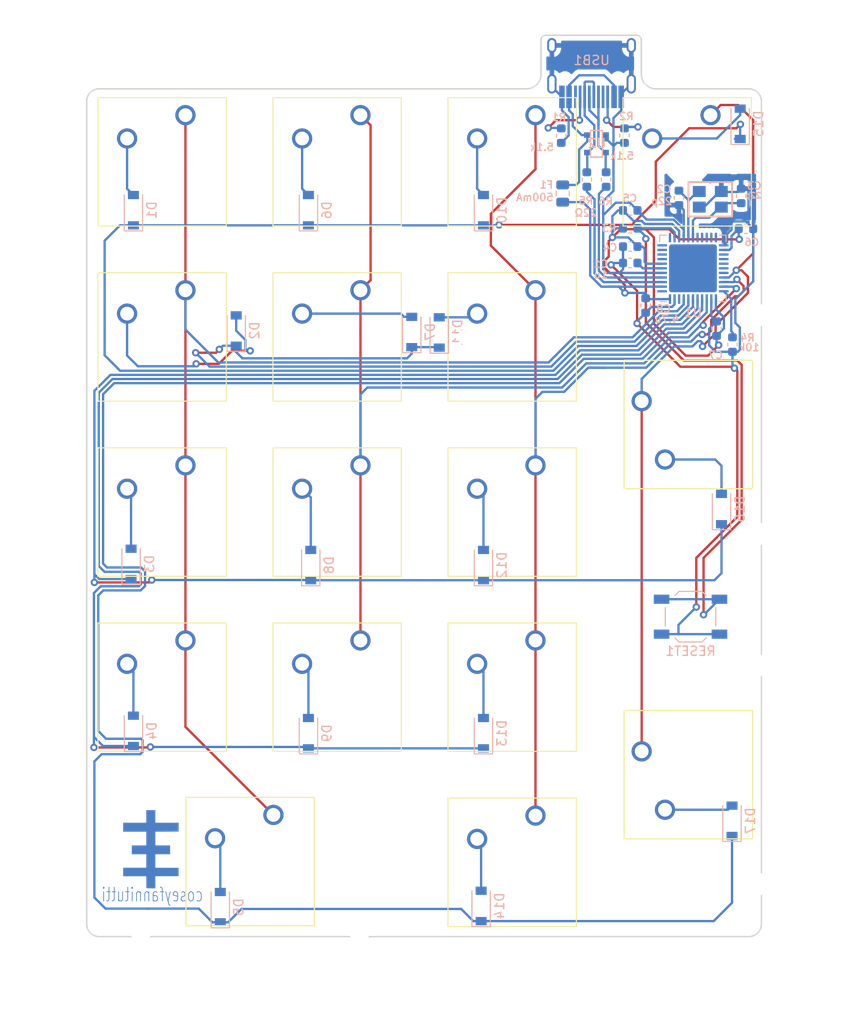
<source format=kicad_pcb>
(kicad_pcb (version 20171130) (host pcbnew "(5.0.1)-3")
  (layers (0 F.Cu signal) (31 B.Cu signal) (34 B.Paste user) (35 F.Paste user) (36 B.SilkS user) (37 F.SilkS user) (38 B.Mask user) (39 F.Mask user) (44 Edge.Cuts user))
  (net 0 "")
  (net 1 "Net-(C1-Pad1)")
  (net 2 GND)
  (net 3 "Net-(C2-Pad1)")
  (net 4 "Net-(C3-Pad1)")
  (net 5 VCC)
  (net 6 row0)
  (net 7 "Net-(D1-Pad2)")
  (net 8 row1)
  (net 9 "Net-(D2-Pad2)")
  (net 10 row2)
  (net 11 "Net-(D3-Pad2)")
  (net 12 "Net-(D4-Pad2)")
  (net 13 row3)
  (net 14 row4)
  (net 15 "Net-(D5-Pad2)")
  (net 16 "Net-(D6-Pad2)")
  (net 17 "Net-(D7-Pad2)")
  (net 18 "Net-(D8-Pad2)")
  (net 19 "Net-(D9-Pad2)")
  (net 20 "Net-(D10-Pad2)")
  (net 21 "Net-(D11-Pad2)")
  (net 22 "Net-(D12-Pad2)")
  (net 23 "Net-(D13-Pad2)")
  (net 24 "Net-(D14-Pad2)")
  (net 25 "Net-(D15-Pad2)")
  (net 26 "Net-(D16-Pad2)")
  (net 27 "Net-(D17-Pad2)")
  (net 28 "Net-(R3-Pad1)")
  (net 29 "Net-(R4-Pad2)")
  (net 30 col0)
  (net 31 col1)
  (net 32 col2)
  (net 33 col3)
  (net 34 "Net-(U1-Pad1)")
  (net 35 "Net-(U1-Pad11)")
  (net 36 "Net-(U1-Pad12)")
  (net 37 "Net-(U1-Pad18)")
  (net 38 "Net-(U1-Pad19)")
  (net 39 "Net-(U1-Pad20)")
  (net 40 "Net-(U1-Pad21)")
  (net 41 "Net-(U1-Pad22)")
  (net 42 "Net-(U1-Pad25)")
  (net 43 "Net-(U1-Pad26)")
  (net 44 "Net-(U1-Pad27)")
  (net 45 "Net-(U1-Pad28)")
  (net 46 "Net-(U1-Pad29)")
  (net 47 "Net-(U1-Pad42)")
  (net 48 "Net-(U1-Pad8)")
  (net 49 "Net-(U1-Pad9)")
  (net 50 "Net-(U1-Pad10)")
  (net 51 "Net-(R1-Pad2)")
  (net 52 "Net-(R2-Pad2)")
  (net 53 D-)
  (net 54 D+)
  (net 55 "Net-(USB1-Pad9)")
  (net 56 "Net-(USB1-Pad3)")
  (net 57 +5V)
  (net 58 "Net-(R5-Pad1)")
  (net 59 "Net-(R6-Pad1)")
  (module Resistor_SMD:R_0805_2012Metric (layer B.Cu) (at 158.791325 55.64258 90)
    (fp_text reference F1 (at 0.944874 -1.784762 180) (layer B.SilkS) (effects (font (size 0.8 0.8)) (justify mirror)))
    (fp_text value 500mA (at -0.419944 -3.044594) (layer B.SilkS) (effects (font (size 0.8 0.8)) (justify mirror)))
    (pad 2 smd roundrect (at 0.9375 0 90) (size 0.975 1.4) (layers B.Cu B.Paste B.Mask) (net 5 VCC))
    (pad 1 smd roundrect (at -0.9375 0 90) (size 0.975 1.4) (layers B.Cu B.Paste B.Mask) (net 57 +5V))
  )
  (module Capacitor_SMD:C_0603_1608Metric (layer B.Cu) (at 171.442138 56.115017 270)
    (fp_text reference C2 (at -0.944874 1.627283) (layer B.SilkS) (effects (font (size 0.8 0.8)) (justify mirror)))
    (fp_text value 22p (at 0.367451 1.889748) (layer B.SilkS) (effects (font (size 0.8 0.8)) (justify mirror)))
    (pad 2 smd roundrect (at 0.787501 0 270) (size 0.875 0.95) (layers B.Cu B.Paste B.Mask) (net 2 GND))
    (pad 1 smd roundrect (at -0.787501 0 270) (size 0.875 0.95) (layers B.Cu B.Paste B.Mask) (net 3 "Net-(C2-Pad1)"))
  )
  (module Button_Switch_Keyboard:SW_Cherry_MX1A_2.00u_Vertical_PCB (layer F.Cu) (at 169.926 123.952 180)
    (fp_text reference SW14)
    (fp_text value KEYSW)
    (pad 2 thru_hole circle (at 0 1.27 90) (size 2.2 2.2) (drill 1.5) (layers *.Cu *.Mask) (net 27 "Net-(D17-Pad2)"))
    (pad "" np_thru_hole circle (at -2.54 10.16 90) (size 1.7 1.7) (drill 1.7) (layers *.Cu *.Mask))
    (pad 1 thru_hole circle (at 2.54 7.62 90) (size 2.2 2.2) (drill 1.5) (layers *.Cu *.Mask) (net 33 col3))
    (pad "" np_thru_hole circle (at -2.54 0 90) (size 1.7 1.7) (drill 1.7) (layers *.Cu *.Mask))
    (pad "" np_thru_hole circle (at -2.54 5.08 90) (size 4 4) (drill 4) (layers *.Cu *.Mask))
    (pad "" np_thru_hole circle (at -2.54 5.08 180) (size 4 4) (drill 4) (layers *.Cu *.Mask))
    (pad "" np_thru_hole circle (at 5.7 -6.82 180) (size 4 4) (drill 4) (layers *.Cu *.Mask))
    (pad "" np_thru_hole circle (at 5.7 16.98 180) (size 4 4) (drill 4) (layers *.Cu *.Mask))
    (pad "" np_thru_hole circle (at -9.54 16.98 180) (size 3.05 3.05) (drill 3.05) (layers *.Cu *.Mask))
    (pad "" np_thru_hole circle (at -9.54 -6.82 180) (size 3.05 3.05) (drill 3.05) (layers *.Cu *.Mask))
  )
  (module Button_Switch_Keyboard:SW_Cherry_MX1A_2.00u_Vertical_PCB (layer F.Cu) (at 169.926 85.852 180)
    (fp_text reference SW7)
    (fp_text value KEYSW)
    (pad 2 thru_hole circle (at 0 1.27 90) (size 2.2 2.2) (drill 1.5) (layers *.Cu *.Mask) (net 26 "Net-(D16-Pad2)"))
    (pad "" np_thru_hole circle (at -2.54 10.16 90) (size 1.7 1.7) (drill 1.7) (layers *.Cu *.Mask))
    (pad 1 thru_hole circle (at 2.54 7.62 90) (size 2.2 2.2) (drill 1.5) (layers *.Cu *.Mask) (net 33 col3))
    (pad "" np_thru_hole circle (at -2.54 0 90) (size 1.7 1.7) (drill 1.7) (layers *.Cu *.Mask))
    (pad "" np_thru_hole circle (at -2.54 5.08 90) (size 4 4) (drill 4) (layers *.Cu *.Mask))
    (pad "" np_thru_hole circle (at -2.54 5.08 180) (size 4 4) (drill 4) (layers *.Cu *.Mask))
    (pad "" np_thru_hole circle (at 5.7 -6.82 180) (size 4 4) (drill 4) (layers *.Cu *.Mask))
    (pad "" np_thru_hole circle (at 5.7 16.98 180) (size 4 4) (drill 4) (layers *.Cu *.Mask))
    (pad "" np_thru_hole circle (at -9.54 16.98 180) (size 3.05 3.05) (drill 3.05) (layers *.Cu *.Mask))
    (pad "" np_thru_hole circle (at -9.54 -6.82 180) (size 3.05 3.05) (drill 3.05) (layers *.Cu *.Mask))
  )
  (module Button_Switch_Keyboard:SW_Cherry_MX1A_1.00u_PCB-NOSCREEN (layer F.Cu) (at 174.879 47.117)
    (fp_text reference SW3)
    (fp_text value KEYSW)
    (pad "" np_thru_hole circle (at 2.54 5.08) (size 1.7 1.7) (drill 1.7) (layers *.Cu *.Mask))
    (pad "" np_thru_hole circle (at -7.62 5.08) (size 1.7 1.7) (drill 1.7) (layers *.Cu *.Mask))
    (pad "" np_thru_hole circle (at -2.54 5.08) (size 4 4) (drill 4) (layers *.Cu *.Mask))
    (pad 2 thru_hole circle (at -6.35 2.54) (size 2.2 2.2) (drill 1.5) (layers *.Cu *.Mask) (net 25 "Net-(D15-Pad2)"))
    (pad 1 thru_hole circle (at 0 0) (size 2.2 2.2) (drill 1.5) (layers *.Cu *.Mask) (net 33 col3))
  )
  (module random-keyboard-parts:SOT143B (layer B.Cu) (at 162.465835 50.235801 270)
    (fp_text reference U2 (at -0.052493 -0.052493) (layer B.SilkS) (effects (justify mirror)))
    (fp_text value PRTR5V0U2X)
    (pad 3 smd rect (at 0.95 1 270) (size 0.6 0.7) (layers B.Cu B.Paste B.Mask) (net 53 D-))
    (pad 2 smd rect (at 0.95 -1 270) (size 0.6 0.7) (layers B.Cu B.Paste B.Mask) (net 54 D+))
    (pad 4 smd rect (at -0.95 1 270) (size 0.6 0.7) (layers B.Cu B.Paste B.Mask) (net 5 VCC))
    (pad 1 smd rect (at -0.75 -1 270) (size 1 0.7) (layers B.Cu B.Paste B.Mask) (net 2 GND))
  )
  (module Button_Switch_Keyboard:SW_Cherry_MX1A_1.00u_PCB-NOSCREEN (layer F.Cu) (at 136.779 104.267)
    (fp_text reference SW12)
    (fp_text value KEYSW)
    (pad 1 thru_hole circle (at 0 0) (size 2.2 2.2) (drill 1.5) (layers *.Cu *.Mask) (net 31 col1))
    (pad 2 thru_hole circle (at -6.35 2.54) (size 2.2 2.2) (drill 1.5) (layers *.Cu *.Mask) (net 19 "Net-(D9-Pad2)"))
    (pad "" np_thru_hole circle (at -2.54 5.08) (size 4 4) (drill 4) (layers *.Cu *.Mask))
    (pad "" np_thru_hole circle (at -7.62 5.08) (size 1.7 1.7) (drill 1.7) (layers *.Cu *.Mask))
    (pad "" np_thru_hole circle (at 2.54 5.08) (size 1.7 1.7) (drill 1.7) (layers *.Cu *.Mask))
  )
  (module Diode_SMD:D_SOD-123 (layer B.Cu) (at 112.066 57.4565 90)
    (fp_text reference D1 (at 0 2 90) (layer B.SilkS) (effects (justify mirror)))
    (fp_text value " ")
    (pad 1 smd rect (at -1.65 0 90) (size 0.9 1.2) (layers B.Cu B.Paste B.Mask) (net 6 row0))
    (pad 2 smd rect (at 1.65 0 90) (size 0.9 1.2) (layers B.Cu B.Paste B.Mask) (net 7 "Net-(D1-Pad2)"))
  )
  (module Diode_SMD:D_SOD-123 (layer B.Cu) (at 123.253564 70.550592 90)
    (fp_text reference D2 (at 0 2 90) (layer B.SilkS) (effects (justify mirror)))
    (fp_text value " ")
    (pad 1 smd rect (at -1.65 0 90) (size 0.9 1.2) (layers B.Cu B.Paste B.Mask) (net 8 row1))
    (pad 2 smd rect (at 1.65 0 90) (size 0.9 1.2) (layers B.Cu B.Paste B.Mask) (net 9 "Net-(D2-Pad2)"))
  )
  (module Diode_SMD:D_SOD-123 (layer B.Cu) (at 111.812 95.9385 90)
    (fp_text reference D3 (at 0 2 90) (layer B.SilkS) (effects (justify mirror)))
    (fp_text value " ")
    (pad 1 smd rect (at -1.65 0 90) (size 0.9 1.2) (layers B.Cu B.Paste B.Mask) (net 10 row2))
    (pad 2 smd rect (at 1.65 0 90) (size 0.9 1.2) (layers B.Cu B.Paste B.Mask) (net 11 "Net-(D3-Pad2)"))
  )
  (module Diode_SMD:D_SOD-123 (layer B.Cu) (at 112.066 114.098 90)
    (fp_text reference D4 (at 0 2 90) (layer B.SilkS) (effects (justify mirror)))
    (fp_text value " ")
    (pad 2 smd rect (at 1.65 0 90) (size 0.9 1.2) (layers B.Cu B.Paste B.Mask) (net 12 "Net-(D4-Pad2)"))
    (pad 1 smd rect (at -1.65 0 90) (size 0.9 1.2) (layers B.Cu B.Paste B.Mask) (net 13 row3))
  )
  (module Diode_SMD:D_SOD-123 (layer B.Cu) (at 121.521295 133.279727 90)
    (fp_text reference D5 (at 0 2 90) (layer B.SilkS) (effects (justify mirror)))
    (fp_text value " ")
    (pad 1 smd rect (at -1.65 0 90) (size 0.9 1.2) (layers B.Cu B.Paste B.Mask) (net 14 row4))
    (pad 2 smd rect (at 1.65 0 90) (size 0.9 1.2) (layers B.Cu B.Paste B.Mask) (net 15 "Net-(D5-Pad2)"))
  )
  (module Diode_SMD:D_SOD-123 (layer B.Cu) (at 131.116 57.4565 90)
    (fp_text reference D6 (at 0 2 90) (layer B.SilkS) (effects (justify mirror)))
    (fp_text value " ")
    (pad 2 smd rect (at 1.65 0 90) (size 0.9 1.2) (layers B.Cu B.Paste B.Mask) (net 16 "Net-(D6-Pad2)"))
    (pad 1 smd rect (at -1.65 0 90) (size 0.9 1.2) (layers B.Cu B.Paste B.Mask) (net 6 row0))
  )
  (module Diode_SMD:D_SOD-123 (layer B.Cu) (at 142.361016 70.708071 90)
    (fp_text reference D7 (at 0 2 90) (layer B.SilkS) (effects (justify mirror)))
    (fp_text value " ")
    (pad 2 smd rect (at 1.65 0 90) (size 0.9 1.2) (layers B.Cu B.Paste B.Mask) (net 17 "Net-(D7-Pad2)"))
    (pad 1 smd rect (at -1.65 0 90) (size 0.9 1.2) (layers B.Cu B.Paste B.Mask) (net 8 row1))
  )
  (module Diode_SMD:D_SOD-123 (layer B.Cu) (at 131.37 96.0645 90)
    (fp_text reference D8 (at 0 2 90) (layer B.SilkS) (effects (justify mirror)))
    (fp_text value " ")
    (pad 2 smd rect (at 1.65 0 90) (size 0.9 1.2) (layers B.Cu B.Paste B.Mask) (net 18 "Net-(D8-Pad2)"))
    (pad 1 smd rect (at -1.65 0 90) (size 0.9 1.2) (layers B.Cu B.Paste B.Mask) (net 10 row2))
  )
  (module Diode_SMD:D_SOD-123 (layer B.Cu) (at 131.116 114.352 90)
    (fp_text reference D9 (at 0 2 90) (layer B.SilkS) (effects (justify mirror)))
    (fp_text value " ")
    (pad 1 smd rect (at -1.65 0 90) (size 0.9 1.2) (layers B.Cu B.Paste B.Mask) (net 13 row3))
    (pad 2 smd rect (at 1.65 0 90) (size 0.9 1.2) (layers B.Cu B.Paste B.Mask) (net 19 "Net-(D9-Pad2)"))
  )
  (module Diode_SMD:D_SOD-123 (layer B.Cu) (at 150.166 57.4565 90)
    (fp_text reference D10 (at 0 2 90) (layer B.SilkS) (effects (justify mirror)))
    (fp_text value " ")
    (pad 1 smd rect (at -1.65 0 90) (size 0.9 1.2) (layers B.Cu B.Paste B.Mask) (net 6 row0))
    (pad 2 smd rect (at 1.65 0 90) (size 0.9 1.2) (layers B.Cu B.Paste B.Mask) (net 20 "Net-(D10-Pad2)"))
  )
  (module Diode_SMD:D_SOD-123 (layer B.Cu) (at 145.353117 70.760564 90)
    (fp_text reference D11 (at 0 2 90) (layer B.SilkS) (effects (justify mirror)))
    (fp_text value " ")
    (pad 2 smd rect (at 1.65 0 90) (size 0.9 1.2) (layers B.Cu B.Paste B.Mask) (net 21 "Net-(D11-Pad2)"))
    (pad 1 smd rect (at -1.65 0 90) (size 0.9 1.2) (layers B.Cu B.Paste B.Mask) (net 8 row1))
  )
  (module Diode_SMD:D_SOD-123 (layer B.Cu) (at 150.166 96.0645 90)
    (fp_text reference D12 (at 0 2 90) (layer B.SilkS) (effects (justify mirror)))
    (fp_text value " ")
    (pad 1 smd rect (at -1.65 0 90) (size 0.9 1.2) (layers B.Cu B.Paste B.Mask) (net 10 row2))
    (pad 2 smd rect (at 1.65 0 90) (size 0.9 1.2) (layers B.Cu B.Paste B.Mask) (net 22 "Net-(D12-Pad2)"))
  )
  (module Diode_SMD:D_SOD-123 (layer B.Cu) (at 150.166 114.352 90)
    (fp_text reference D13 (at 0 2 90) (layer B.SilkS) (effects (justify mirror)))
    (fp_text value " ")
    (pad 2 smd rect (at 1.65 0 90) (size 0.9 1.2) (layers B.Cu B.Paste B.Mask) (net 23 "Net-(D13-Pad2)"))
    (pad 1 smd rect (at -1.65 0 90) (size 0.9 1.2) (layers B.Cu B.Paste B.Mask) (net 13 row3))
  )
  (module Diode_SMD:D_SOD-123 (layer B.Cu) (at 149.912 133.148 90)
    (fp_text reference D14 (at 0 2 90) (layer B.SilkS) (effects (justify mirror)))
    (fp_text value " ")
    (pad 1 smd rect (at -1.65 0 90) (size 0.9 1.2) (layers B.Cu B.Paste B.Mask) (net 14 row4))
    (pad 2 smd rect (at 1.65 0 90) (size 0.9 1.2) (layers B.Cu B.Paste B.Mask) (net 24 "Net-(D14-Pad2)"))
  )
  (module Diode_SMD:D_SOD-123 (layer B.Cu) (at 178.106493 48.058493 90)
    (fp_text reference D15 (at 0 2 90) (layer B.SilkS) (effects (justify mirror)))
    (fp_text value " ")
    (pad 2 smd rect (at 1.65 0 90) (size 0.9 1.2) (layers B.Cu B.Paste B.Mask) (net 25 "Net-(D15-Pad2)"))
    (pad 1 smd rect (at -1.65 0 90) (size 0.9 1.2) (layers B.Cu B.Paste B.Mask) (net 6 row0))
  )
  (module Diode_SMD:D_SOD-123 (layer B.Cu) (at 176.074493 89.968493 90)
    (fp_text reference D16 (at 0 2 90) (layer B.SilkS) (effects (justify mirror)))
    (fp_text value " ")
    (pad 1 smd rect (at -1.65 0 90) (size 0.9 1.2) (layers B.Cu B.Paste B.Mask) (net 10 row2))
    (pad 2 smd rect (at 1.65 0 90) (size 0.9 1.2) (layers B.Cu B.Paste B.Mask) (net 26 "Net-(D16-Pad2)"))
  )
  (module Diode_SMD:D_SOD-123 (layer B.Cu) (at 177.216368 123.88348 90)
    (fp_text reference D17 (at 0 2 90) (layer B.SilkS) (effects (justify mirror)))
    (fp_text value " ")
    (pad 2 smd rect (at 1.65 0 90) (size 0.9 1.2) (layers B.Cu B.Paste B.Mask) (net 27 "Net-(D17-Pad2)"))
    (pad 1 smd rect (at -1.65 0 90) (size 0.9 1.2) (layers B.Cu B.Paste B.Mask) (net 14 row4))
  )
  (module Resistor_SMD:R_0603_1608Metric (layer B.Cu) (at 158.633846 49.34342 90)
    (fp_text reference R1 (at 1.994734 -0.262465 180) (layer B.SilkS) (effects (font (size 0.8 0.8)) (justify mirror)))
    (fp_text value 5.1k (at -1.259832 -2.09972 180) (layer B.SilkS) (effects (font (size 0.8 0.8)) (justify mirror)))
    (pad 2 smd roundrect (at 0.7875 0 90) (size 0.875 0.95) (layers B.Cu B.Paste B.Mask) (net 51 "Net-(R1-Pad2)"))
    (pad 1 smd roundrect (at -0.7875 0 90) (size 0.875 0.95) (layers B.Cu B.Paste B.Mask) (net 2 GND))
  )
  (module Resistor_SMD:R_0603_1608Metric (layer B.Cu) (at 165.510429 49.34342 90)
    (fp_text reference R2 (at 2.09972 0.209972 180) (layer B.SilkS) (effects (font (size 0.8 0.8)) (justify mirror)))
    (fp_text value 5.1k (at -2.204706 -0.262465 180) (layer B.SilkS) (effects (font (size 0.8 0.8)) (justify mirror)))
    (pad 1 smd roundrect (at -0.7875 0 90) (size 0.875 0.95) (layers B.Cu B.Paste B.Mask) (net 2 GND))
    (pad 2 smd roundrect (at 0.7875 0 90) (size 0.875 0.95) (layers B.Cu B.Paste B.Mask) (net 52 "Net-(R2-Pad2)"))
  )
  (module Button_Switch_SMD:SW_SPST_TL3342 (layer B.Cu) (at 172.70197 101.678941)
    (fp_text reference RESET1 (at 0 3.75) (layer B.SilkS) (effects (justify mirror)))
    (fp_text value RESET)
    (pad 1 smd rect (at -3.15 1.9) (size 1.7 1) (layers B.Cu B.Paste B.Mask) (net 2 GND))
    (pad 1 smd rect (at 3.15 1.9) (size 1.7 1) (layers B.Cu B.Paste B.Mask) (net 2 GND))
    (pad 2 smd rect (at -3.15 -1.9) (size 1.7 1) (layers B.Cu B.Paste B.Mask) (net 28 "Net-(R3-Pad1)"))
    (pad 2 smd rect (at 3.15 -1.9) (size 1.7 1) (layers B.Cu B.Paste B.Mask) (net 28 "Net-(R3-Pad1)"))
  )
  (module Button_Switch_Keyboard:SW_Cherry_MX1A_1.00u_PCB-NOSCREEN (layer F.Cu) (at 117.729 47.117)
    (fp_text reference SW0)
    (fp_text value KEYSW)
    (pad "" np_thru_hole circle (at 2.54 5.08) (size 1.7 1.7) (drill 1.7) (layers *.Cu *.Mask))
    (pad "" np_thru_hole circle (at -7.62 5.08) (size 1.7 1.7) (drill 1.7) (layers *.Cu *.Mask))
    (pad "" np_thru_hole circle (at -2.54 5.08) (size 4 4) (drill 4) (layers *.Cu *.Mask))
    (pad 2 thru_hole circle (at -6.35 2.54) (size 2.2 2.2) (drill 1.5) (layers *.Cu *.Mask) (net 7 "Net-(D1-Pad2)"))
    (pad 1 thru_hole circle (at 0 0) (size 2.2 2.2) (drill 1.5) (layers *.Cu *.Mask) (net 30 col0))
  )
  (module Button_Switch_Keyboard:SW_Cherry_MX1A_1.00u_PCB-NOSCREEN (layer F.Cu) (at 136.779 47.117)
    (fp_text reference SW1)
    (fp_text value KEYSW)
    (pad "" np_thru_hole circle (at 2.54 5.08) (size 1.7 1.7) (drill 1.7) (layers *.Cu *.Mask))
    (pad "" np_thru_hole circle (at -7.62 5.08) (size 1.7 1.7) (drill 1.7) (layers *.Cu *.Mask))
    (pad "" np_thru_hole circle (at -2.54 5.08) (size 4 4) (drill 4) (layers *.Cu *.Mask))
    (pad 2 thru_hole circle (at -6.35 2.54) (size 2.2 2.2) (drill 1.5) (layers *.Cu *.Mask) (net 16 "Net-(D6-Pad2)"))
    (pad 1 thru_hole circle (at 0 0) (size 2.2 2.2) (drill 1.5) (layers *.Cu *.Mask) (net 31 col1))
  )
  (module Button_Switch_Keyboard:SW_Cherry_MX1A_1.00u_PCB-NOSCREEN (layer F.Cu) (at 155.829 47.117)
    (fp_text reference SW2)
    (fp_text value KEYSW)
    (pad "" np_thru_hole circle (at 2.54 5.08) (size 1.7 1.7) (drill 1.7) (layers *.Cu *.Mask))
    (pad "" np_thru_hole circle (at -7.62 5.08) (size 1.7 1.7) (drill 1.7) (layers *.Cu *.Mask))
    (pad "" np_thru_hole circle (at -2.54 5.08) (size 4 4) (drill 4) (layers *.Cu *.Mask))
    (pad 2 thru_hole circle (at -6.35 2.54) (size 2.2 2.2) (drill 1.5) (layers *.Cu *.Mask) (net 20 "Net-(D10-Pad2)"))
    (pad 1 thru_hole circle (at 0 0) (size 2.2 2.2) (drill 1.5) (layers *.Cu *.Mask) (net 32 col2))
  )
  (module Button_Switch_Keyboard:SW_Cherry_MX1A_1.00u_PCB-NOSCREEN (layer F.Cu) (at 117.729 66.167)
    (fp_text reference SW4)
    (fp_text value KEYSW)
    (pad 1 thru_hole circle (at 0 0) (size 2.2 2.2) (drill 1.5) (layers *.Cu *.Mask) (net 30 col0))
    (pad 2 thru_hole circle (at -6.35 2.54) (size 2.2 2.2) (drill 1.5) (layers *.Cu *.Mask) (net 9 "Net-(D2-Pad2)"))
    (pad "" np_thru_hole circle (at -2.54 5.08) (size 4 4) (drill 4) (layers *.Cu *.Mask))
    (pad "" np_thru_hole circle (at -7.62 5.08) (size 1.7 1.7) (drill 1.7) (layers *.Cu *.Mask))
    (pad "" np_thru_hole circle (at 2.54 5.08) (size 1.7 1.7) (drill 1.7) (layers *.Cu *.Mask))
  )
  (module Button_Switch_Keyboard:SW_Cherry_MX1A_1.00u_PCB-NOSCREEN (layer F.Cu) (at 136.779 66.167)
    (fp_text reference SW5)
    (fp_text value KEYSW)
    (pad "" np_thru_hole circle (at 2.54 5.08) (size 1.7 1.7) (drill 1.7) (layers *.Cu *.Mask))
    (pad "" np_thru_hole circle (at -7.62 5.08) (size 1.7 1.7) (drill 1.7) (layers *.Cu *.Mask))
    (pad "" np_thru_hole circle (at -2.54 5.08) (size 4 4) (drill 4) (layers *.Cu *.Mask))
    (pad 2 thru_hole circle (at -6.35 2.54) (size 2.2 2.2) (drill 1.5) (layers *.Cu *.Mask) (net 17 "Net-(D7-Pad2)"))
    (pad 1 thru_hole circle (at 0 0) (size 2.2 2.2) (drill 1.5) (layers *.Cu *.Mask) (net 31 col1))
  )
  (module Button_Switch_Keyboard:SW_Cherry_MX1A_1.00u_PCB-NOSCREEN (layer F.Cu) (at 155.829 66.167)
    (fp_text reference SW6)
    (fp_text value KEYSW)
    (pad 1 thru_hole circle (at 0 0) (size 2.2 2.2) (drill 1.5) (layers *.Cu *.Mask) (net 32 col2))
    (pad 2 thru_hole circle (at -6.35 2.54) (size 2.2 2.2) (drill 1.5) (layers *.Cu *.Mask) (net 21 "Net-(D11-Pad2)"))
    (pad "" np_thru_hole circle (at -2.54 5.08) (size 4 4) (drill 4) (layers *.Cu *.Mask))
    (pad "" np_thru_hole circle (at -7.62 5.08) (size 1.7 1.7) (drill 1.7) (layers *.Cu *.Mask))
    (pad "" np_thru_hole circle (at 2.54 5.08) (size 1.7 1.7) (drill 1.7) (layers *.Cu *.Mask))
  )
  (module Button_Switch_Keyboard:SW_Cherry_MX1A_1.00u_PCB-NOSCREEN (layer F.Cu) (at 117.729 85.217)
    (fp_text reference SW8)
    (fp_text value KEYSW)
    (pad 1 thru_hole circle (at 0 0) (size 2.2 2.2) (drill 1.5) (layers *.Cu *.Mask) (net 30 col0))
    (pad 2 thru_hole circle (at -6.35 2.54) (size 2.2 2.2) (drill 1.5) (layers *.Cu *.Mask) (net 11 "Net-(D3-Pad2)"))
    (pad "" np_thru_hole circle (at -2.54 5.08) (size 4 4) (drill 4) (layers *.Cu *.Mask))
    (pad "" np_thru_hole circle (at -7.62 5.08) (size 1.7 1.7) (drill 1.7) (layers *.Cu *.Mask))
    (pad "" np_thru_hole circle (at 2.54 5.08) (size 1.7 1.7) (drill 1.7) (layers *.Cu *.Mask))
  )
  (module Button_Switch_Keyboard:SW_Cherry_MX1A_1.00u_PCB-NOSCREEN (layer F.Cu) (at 136.779 85.217)
    (fp_text reference SW9)
    (fp_text value KEYSW)
    (pad "" np_thru_hole circle (at 2.54 5.08) (size 1.7 1.7) (drill 1.7) (layers *.Cu *.Mask))
    (pad "" np_thru_hole circle (at -7.62 5.08) (size 1.7 1.7) (drill 1.7) (layers *.Cu *.Mask))
    (pad "" np_thru_hole circle (at -2.54 5.08) (size 4 4) (drill 4) (layers *.Cu *.Mask))
    (pad 2 thru_hole circle (at -6.35 2.54) (size 2.2 2.2) (drill 1.5) (layers *.Cu *.Mask) (net 18 "Net-(D8-Pad2)"))
    (pad 1 thru_hole circle (at 0 0) (size 2.2 2.2) (drill 1.5) (layers *.Cu *.Mask) (net 31 col1))
  )
  (module Button_Switch_Keyboard:SW_Cherry_MX1A_1.00u_PCB-NOSCREEN (layer F.Cu) (at 155.829 85.217)
    (fp_text reference SW10)
    (fp_text value KEYSW)
    (pad 1 thru_hole circle (at 0 0) (size 2.2 2.2) (drill 1.5) (layers *.Cu *.Mask) (net 32 col2))
    (pad 2 thru_hole circle (at -6.35 2.54) (size 2.2 2.2) (drill 1.5) (layers *.Cu *.Mask) (net 22 "Net-(D12-Pad2)"))
    (pad "" np_thru_hole circle (at -2.54 5.08) (size 4 4) (drill 4) (layers *.Cu *.Mask))
    (pad "" np_thru_hole circle (at -7.62 5.08) (size 1.7 1.7) (drill 1.7) (layers *.Cu *.Mask))
    (pad "" np_thru_hole circle (at 2.54 5.08) (size 1.7 1.7) (drill 1.7) (layers *.Cu *.Mask))
  )
  (module Button_Switch_Keyboard:SW_Cherry_MX1A_1.00u_PCB-NOSCREEN (layer F.Cu) (at 117.729 104.267)
    (fp_text reference SW11)
    (fp_text value KEYSW)
    (pad "" np_thru_hole circle (at 2.54 5.08) (size 1.7 1.7) (drill 1.7) (layers *.Cu *.Mask))
    (pad "" np_thru_hole circle (at -7.62 5.08) (size 1.7 1.7) (drill 1.7) (layers *.Cu *.Mask))
    (pad "" np_thru_hole circle (at -2.54 5.08) (size 4 4) (drill 4) (layers *.Cu *.Mask))
    (pad 2 thru_hole circle (at -6.35 2.54) (size 2.2 2.2) (drill 1.5) (layers *.Cu *.Mask) (net 12 "Net-(D4-Pad2)"))
    (pad 1 thru_hole circle (at 0 0) (size 2.2 2.2) (drill 1.5) (layers *.Cu *.Mask) (net 30 col0))
  )
  (module Button_Switch_Keyboard:SW_Cherry_MX1A_1.00u_PCB-NOSCREEN (layer F.Cu) (at 155.829 104.267)
    (fp_text reference SW13)
    (fp_text value KEYSW)
    (pad 1 thru_hole circle (at 0 0) (size 2.2 2.2) (drill 1.5) (layers *.Cu *.Mask) (net 32 col2))
    (pad 2 thru_hole circle (at -6.35 2.54) (size 2.2 2.2) (drill 1.5) (layers *.Cu *.Mask) (net 23 "Net-(D13-Pad2)"))
    (pad "" np_thru_hole circle (at -2.54 5.08) (size 4 4) (drill 4) (layers *.Cu *.Mask))
    (pad "" np_thru_hole circle (at -7.62 5.08) (size 1.7 1.7) (drill 1.7) (layers *.Cu *.Mask))
    (pad "" np_thru_hole circle (at 2.54 5.08) (size 1.7 1.7) (drill 1.7) (layers *.Cu *.Mask))
  )
  (module Button_Switch_Keyboard:SW_Cherry_MX1A_1.00u_PCB-NOSCREEN (layer F.Cu) (at 155.829 123.317)
    (fp_text reference SW16)
    (fp_text value KEYSW)
    (pad 1 thru_hole circle (at 0 0) (size 2.2 2.2) (drill 1.5) (layers *.Cu *.Mask) (net 32 col2))
    (pad 2 thru_hole circle (at -6.35 2.54) (size 2.2 2.2) (drill 1.5) (layers *.Cu *.Mask) (net 24 "Net-(D14-Pad2)"))
    (pad "" np_thru_hole circle (at -2.54 5.08) (size 4 4) (drill 4) (layers *.Cu *.Mask))
    (pad "" np_thru_hole circle (at -7.62 5.08) (size 1.7 1.7) (drill 1.7) (layers *.Cu *.Mask))
    (pad "" np_thru_hole circle (at 2.54 5.08) (size 1.7 1.7) (drill 1.7) (layers *.Cu *.Mask))
  )
  (module keyboard_parts:FA-238 (layer B.Cu) (at 174.854183 56.272496)
    (fp_text reference X1 hide)
    (fp_text value XTAL_GND hide)
    (pad 3 smd rect (at -1.1 0.8) (size 1.4 1.2) (drill (offset -0.1 0.05)) (layers B.Cu B.Paste B.Mask) (net 2 GND) (clearance 0.2))
    (pad 2 smd rect (at 1.1 0.8) (size 1.4 1.2) (drill (offset 0.1 0.05)) (layers B.Cu B.Paste B.Mask) (net 4 "Net-(C3-Pad1)") (clearance 0.2))
    (pad 1 smd rect (at -1.1 -0.8) (size 1.4 1.2) (drill (offset -0.1 -0.05)) (layers B.Cu B.Paste B.Mask) (net 3 "Net-(C2-Pad1)") (clearance 0.2))
    (pad 3 smd rect (at 1.1 -0.8) (size 1.4 1.2) (drill (offset 0.1 -0.05)) (layers B.Cu B.Paste B.Mask) (net 2 GND) (clearance 0.2))
  )
  (module Package_DFN_QFN:QFN-44-1EP_7x7mm_P0.5mm_EP5.2x5.2mm (layer B.Cu) (at 172.964435 63.778995)
    (fp_text reference U1 (at 0 4.82) (layer B.SilkS) (effects (justify mirror)))
    (fp_text value ATMEGA32U4)
    (pad 45 smd roundrect (at 0 0) (size 5.2 5.2) (layers B.Cu B.Mask) (roundrect_rratio 0.048077))
    (pad 1 smd roundrect (at -3.35 2.5) (size 1.05 0.25) (layers B.Cu B.Paste B.Mask) (net 34 "Net-(U1-Pad1)"))
    (pad 2 smd roundrect (at -3.35 2) (size 1.05 0.25) (layers B.Cu B.Paste B.Mask) (net 57 +5V))
    (pad 3 smd roundrect (at -3.35 1.5) (size 1.05 0.25) (layers B.Cu B.Paste B.Mask) (net 58 "Net-(R5-Pad1)"))
    (pad 4 smd roundrect (at -3.35 1) (size 1.05 0.25) (layers B.Cu B.Paste B.Mask) (net 59 "Net-(R6-Pad1)"))
    (pad 5 smd roundrect (at -3.35 0.5) (size 1.05 0.25) (layers B.Cu B.Paste B.Mask) (net 2 GND))
    (pad 6 smd roundrect (at -3.35 0) (size 1.05 0.25) (layers B.Cu B.Paste B.Mask) (net 1 "Net-(C1-Pad1)"))
    (pad 7 smd roundrect (at -3.35 -0.5) (size 1.05 0.25) (layers B.Cu B.Paste B.Mask) (net 57 +5V))
    (pad 8 smd roundrect (at -3.35 -1) (size 1.05 0.25) (layers B.Cu B.Paste B.Mask) (net 48 "Net-(U1-Pad8)"))
    (pad 9 smd roundrect (at -3.35 -1.5) (size 1.05 0.25) (layers B.Cu B.Paste B.Mask) (net 49 "Net-(U1-Pad9)"))
    (pad 10 smd roundrect (at -3.35 -2) (size 1.05 0.25) (layers B.Cu B.Paste B.Mask) (net 50 "Net-(U1-Pad10)"))
    (pad 11 smd roundrect (at -3.35 -2.5) (size 1.05 0.25) (layers B.Cu B.Paste B.Mask) (net 35 "Net-(U1-Pad11)"))
    (pad 12 smd roundrect (at -2.5 -3.35) (size 0.25 1.05) (layers B.Cu B.Paste B.Mask) (net 36 "Net-(U1-Pad12)"))
    (pad 13 smd roundrect (at -2 -3.35) (size 0.25 1.05) (layers B.Cu B.Paste B.Mask) (net 28 "Net-(R3-Pad1)"))
    (pad 14 smd roundrect (at -1.5 -3.35) (size 0.25 1.05) (layers B.Cu B.Paste B.Mask) (net 57 +5V))
    (pad 15 smd roundrect (at -1 -3.35) (size 0.25 1.05) (layers B.Cu B.Paste B.Mask) (net 2 GND))
    (pad 16 smd roundrect (at -0.5 -3.35) (size 0.25 1.05) (layers B.Cu B.Paste B.Mask) (net 3 "Net-(C2-Pad1)"))
    (pad 17 smd roundrect (at 0 -3.35) (size 0.25 1.05) (layers B.Cu B.Paste B.Mask) (net 4 "Net-(C3-Pad1)"))
    (pad 18 smd roundrect (at 0.5 -3.35) (size 0.25 1.05) (layers B.Cu B.Paste B.Mask) (net 37 "Net-(U1-Pad18)"))
    (pad 19 smd roundrect (at 1 -3.35) (size 0.25 1.05) (layers B.Cu B.Paste B.Mask) (net 38 "Net-(U1-Pad19)"))
    (pad 20 smd roundrect (at 1.5 -3.35) (size 0.25 1.05) (layers B.Cu B.Paste B.Mask) (net 39 "Net-(U1-Pad20)"))
    (pad 21 smd roundrect (at 2 -3.35) (size 0.25 1.05) (layers B.Cu B.Paste B.Mask) (net 40 "Net-(U1-Pad21)"))
    (pad 22 smd roundrect (at 2.5 -3.35) (size 0.25 1.05) (layers B.Cu B.Paste B.Mask) (net 41 "Net-(U1-Pad22)"))
    (pad 23 smd roundrect (at 3.35 -2.5) (size 1.05 0.25) (layers B.Cu B.Paste B.Mask) (net 2 GND))
    (pad 24 smd roundrect (at 3.35 -2) (size 1.05 0.25) (layers B.Cu B.Paste B.Mask) (net 57 +5V))
    (pad 25 smd roundrect (at 3.35 -1.5) (size 1.05 0.25) (layers B.Cu B.Paste B.Mask) (net 42 "Net-(U1-Pad25)"))
    (pad 26 smd roundrect (at 3.35 -1) (size 1.05 0.25) (layers B.Cu B.Paste B.Mask) (net 43 "Net-(U1-Pad26)"))
    (pad 27 smd roundrect (at 3.35 -0.5) (size 1.05 0.25) (layers B.Cu B.Paste B.Mask) (net 44 "Net-(U1-Pad27)"))
    (pad 28 smd roundrect (at 3.35 0) (size 1.05 0.25) (layers B.Cu B.Paste B.Mask) (net 45 "Net-(U1-Pad28)"))
    (pad 29 smd roundrect (at 3.35 0.5) (size 1.05 0.25) (layers B.Cu B.Paste B.Mask) (net 46 "Net-(U1-Pad29)"))
    (pad 30 smd roundrect (at 3.35 1) (size 1.05 0.25) (layers B.Cu B.Paste B.Mask) (net 33 col3))
    (pad 31 smd roundrect (at 3.35 1.5) (size 1.05 0.25) (layers B.Cu B.Paste B.Mask) (net 32 col2))
    (pad 32 smd roundrect (at 3.35 2) (size 1.05 0.25) (layers B.Cu B.Paste B.Mask) (net 31 col1))
    (pad 33 smd roundrect (at 3.35 2.5) (size 1.05 0.25) (layers B.Cu B.Paste B.Mask) (net 29 "Net-(R4-Pad2)"))
    (pad 34 smd roundrect (at 2.5 3.35) (size 0.25 1.05) (layers B.Cu B.Paste B.Mask) (net 57 +5V))
    (pad 35 smd roundrect (at 2 3.35) (size 0.25 1.05) (layers B.Cu B.Paste B.Mask) (net 2 GND))
    (pad 36 smd roundrect (at 1.5 3.35) (size 0.25 1.05) (layers B.Cu B.Paste B.Mask) (net 14 row4))
    (pad 37 smd roundrect (at 1 3.35) (size 0.25 1.05) (layers B.Cu B.Paste B.Mask) (net 13 row3))
    (pad 38 smd roundrect (at 0.5 3.35) (size 0.25 1.05) (layers B.Cu B.Paste B.Mask) (net 10 row2))
    (pad 39 smd roundrect (at 0 3.35) (size 0.25 1.05) (layers B.Cu B.Paste B.Mask) (net 6 row0))
    (pad 40 smd roundrect (at -0.5 3.35) (size 0.25 1.05) (layers B.Cu B.Paste B.Mask) (net 8 row1))
    (pad 41 smd roundrect (at -1 3.35) (size 0.25 1.05) (layers B.Cu B.Paste B.Mask) (net 30 col0))
    (pad 42 smd roundrect (at -1.5 3.35) (size 0.25 1.05) (layers B.Cu B.Paste B.Mask) (net 47 "Net-(U1-Pad42)"))
    (pad 43 smd roundrect (at -2 3.35) (size 0.25 1.05) (layers B.Cu B.Paste B.Mask) (net 2 GND))
    (pad 44 smd roundrect (at -2.5 3.35) (size 0.25 1.05) (layers B.Cu B.Paste B.Mask) (net 57 +5V))
  )
  (module Type-C:HRO-TYPE-C-31-M-12-HandSoldering (layer B.Cu) (at 161.931549 36.931319)
    (fp_text reference USB1 (at 0.009356 4.223193) (layer B.SilkS) (effects (justify mirror)))
    (fp_text value HRO-TYPE-C-31-M-12)
    (pad 13 thru_hole oval (at 4.32 2.6) (size 1 1.6) (drill oval 0.6 1.2) (layers *.Cu F.Mask) (net 2 GND))
    (pad 13 thru_hole oval (at -4.32 2.6) (size 1 1.6) (drill oval 0.6 1.2) (layers *.Cu F.Mask) (net 2 GND))
    (pad 13 thru_hole oval (at 4.32 6.78) (size 1 2.1) (drill oval 0.6 1.7) (layers *.Cu F.Mask) (net 2 GND))
    (pad 13 thru_hole oval (at -4.32 6.78) (size 1 2.1) (drill oval 0.6 1.7) (layers *.Cu F.Mask) (net 2 GND))
    (pad "" np_thru_hole circle (at -2.89 6.25) (size 0.65 0.65) (drill 0.65) (layers *.Cu *.Mask))
    (pad "" np_thru_hole circle (at 2.89 6.25) (size 0.65 0.65) (drill 0.65) (layers *.Cu *.Mask))
    (pad 6 smd rect (at -0.25 8.195) (size 0.3 2.45) (layers B.Cu B.Paste B.Mask) (net 54 D+))
    (pad 7 smd rect (at 0.25 8.195) (size 0.3 2.45) (layers B.Cu B.Paste B.Mask) (net 53 D-))
    (pad 8 smd rect (at 0.75 8.195) (size 0.3 2.45) (layers B.Cu B.Paste B.Mask) (net 54 D+))
    (pad 5 smd rect (at -0.75 8.195) (size 0.3 2.45) (layers B.Cu B.Paste B.Mask) (net 53 D-))
    (pad 9 smd rect (at 1.25 8.195) (size 0.3 2.45) (layers B.Cu B.Paste B.Mask) (net 55 "Net-(USB1-Pad9)"))
    (pad 4 smd rect (at -1.25 8.195) (size 0.3 2.45) (layers B.Cu B.Paste B.Mask) (net 51 "Net-(R1-Pad2)"))
    (pad 10 smd rect (at 1.75 8.195) (size 0.3 2.45) (layers B.Cu B.Paste B.Mask) (net 52 "Net-(R2-Pad2)"))
    (pad 3 smd rect (at -1.75 8.195) (size 0.3 2.45) (layers B.Cu B.Paste B.Mask) (net 56 "Net-(USB1-Pad3)"))
    (pad 2 smd rect (at -2.45 8.195) (size 0.6 2.45) (layers B.Cu B.Paste B.Mask) (net 5 VCC))
    (pad 11 smd rect (at 2.45 8.195) (size 0.6 2.45) (layers B.Cu B.Paste B.Mask) (net 5 VCC))
    (pad 1 smd rect (at -3.225 8.195) (size 0.6 2.45) (layers B.Cu B.Paste B.Mask) (net 2 GND))
    (pad 12 smd rect (at 3.225 8.195) (size 0.6 2.45) (layers B.Cu B.Paste B.Mask) (net 2 GND))
  )
  (module Resistor_SMD:R_0603_1608Metric (layer B.Cu) (at 161.415975 54.120283 90)
    (fp_text reference R5 (at -2.309692 -0.104986 180) (layer B.SilkS) (effects (font (size 0.8 0.8)) (justify mirror)))
    (fp_text value 22)
    (pad 2 smd roundrect (at 0.7875 0 90) (size 0.875 0.95) (layers B.Cu B.Paste B.Mask) (net 53 D-))
    (pad 1 smd roundrect (at -0.7875 0 90) (size 0.875 0.95) (layers B.Cu B.Paste B.Mask) (net 58 "Net-(R5-Pad1)"))
  )
  (module Resistor_SMD:R_0603_1608Metric (layer B.Cu) (at 163.515695 54.120283 90)
    (fp_text reference R6 (at -2.362185 -0.052493 180) (layer B.SilkS) (effects (font (size 0.8 0.8)) (justify mirror)))
    (fp_text value 22Ω (at -3.622017 -2.204706 180) (layer B.SilkS) (effects (font (size 0.8 0.8)) (justify mirror)))
    (pad 1 smd roundrect (at -0.7875 0 90) (size 0.875 0.95) (layers B.Cu B.Paste B.Mask) (net 59 "Net-(R6-Pad1)"))
    (pad 2 smd roundrect (at 0.7875 0 90) (size 0.875 0.95) (layers B.Cu B.Paste B.Mask) (net 54 D+))
  )
  (module "logos:TOPY 9MMEXPOSED" (layer B.Cu) (at 113.962303 126.980567)
    (fp_text reference G*** hide)
    (fp_text value LOGO hide)
  )
  (module Capacitor_SMD:C_0603_1608Metric (layer B.Cu) (at 166.140345 63.201572 180)
    (fp_text reference C1 (at 3.202073 -0.104986 180) (layer B.SilkS) (effects (font (size 0.8 0.8)) (justify mirror)))
    (fp_text value 1u (at 3.202073 -1.259832 180) (layer B.SilkS) (effects (font (size 0.8 0.8)) (justify mirror)))
    (pad 2 smd roundrect (at 0.787501 0 180) (size 0.875 0.95) (layers B.Cu B.Paste B.Mask) (net 2 GND))
    (pad 1 smd roundrect (at -0.787501 0 180) (size 0.875 0.95) (layers B.Cu B.Paste B.Mask) (net 1 "Net-(C1-Pad1)"))
  )
  (module Capacitor_SMD:C_0603_1608Metric (layer B.Cu) (at 178.213735 55.905045 90)
    (fp_text reference C3 (at 1.102353 1.417311 180) (layer B.SilkS) (effects (font (size 0.8 0.8)) (justify mirror)))
    (fp_text value 22p (at 0.052493 1.312325 180) (layer B.SilkS) (effects (font (size 0.6 0.6)) (justify mirror)))
    (pad 1 smd roundrect (at -0.787501 0 90) (size 0.875 0.95) (layers B.Cu B.Paste B.Mask) (net 4 "Net-(C3-Pad1)"))
    (pad 2 smd roundrect (at 0.787501 0 90) (size 0.875 0.95) (layers B.Cu B.Paste B.Mask) (net 2 GND))
  )
  (module Capacitor_SMD:C_0603_1608Metric (layer B.Cu) (at 166.140345 61.41681 180)
    (fp_text reference C4 (at 2.204706 -0.104986 180) (layer B.SilkS) (effects (font (size 0.8 0.8)) (justify mirror)))
    (fp_text value 0.1u)
    (pad 2 smd roundrect (at 0.787501 0 180) (size 0.875 0.95) (layers B.Cu B.Paste B.Mask) (net 2 GND))
    (pad 1 smd roundrect (at -0.787501 0 180) (size 0.875 0.95) (layers B.Cu B.Paste B.Mask) (net 57 +5V))
  )
  (module Capacitor_SMD:C_0603_1608Metric (layer B.Cu) (at 166.140345 57.479835)
    (fp_text reference C5 (at -0.052493 -1.312325) (layer B.SilkS) (effects (font (size 0.8 0.8)) (justify mirror)))
    (fp_text value 0.1u)
    (pad 1 smd roundrect (at -0.787501 0) (size 0.875 0.95) (layers B.Cu B.Paste B.Mask) (net 57 +5V))
    (pad 2 smd roundrect (at 0.787501 0) (size 0.875 0.95) (layers B.Cu B.Paste B.Mask) (net 2 GND))
  )
  (module Capacitor_SMD:C_0603_1608Metric (layer B.Cu) (at 178.738665 59.474569)
    (fp_text reference C6 (at 0.629916 1.469804) (layer B.SilkS) (effects (font (size 0.8 0.8)) (justify mirror)))
    (fp_text value 0.1u)
    (pad 1 smd roundrect (at -0.787501 0) (size 0.875 0.95) (layers B.Cu B.Paste B.Mask) (net 57 +5V))
    (pad 2 smd roundrect (at 0.787501 0) (size 0.875 0.95) (layers B.Cu B.Paste B.Mask) (net 2 GND))
  )
  (module Capacitor_SMD:C_0603_1608Metric (layer B.Cu) (at 175.536592 70.34062 90)
    (fp_text reference C7 (at -2.887115 -0.104986 180) (layer B.SilkS) (effects (font (size 0.8 0.8)) (justify mirror)))
    (fp_text value 0.1u)
    (pad 1 smd roundrect (at -0.787501 0 90) (size 0.875 0.95) (layers B.Cu B.Paste B.Mask) (net 57 +5V))
    (pad 2 smd roundrect (at 0.787501 0 90) (size 0.875 0.95) (layers B.Cu B.Paste B.Mask) (net 2 GND))
  )
  (module Capacitor_SMD:C_0603_1608Metric (layer B.Cu) (at 167.820121 67.820956 270)
    (fp_text reference C8 (at 0.367451 -1.942241) (layer B.SilkS) (effects (font (size 0.8 0.8)) (justify mirror)))
    (fp_text value 4.7u (at 1.469804 -2.309692 180) (layer B.SilkS) (effects (font (size 0.8 0.8)) (justify mirror)))
    (pad 2 smd roundrect (at 0.787501 0 270) (size 0.875 0.95) (layers B.Cu B.Paste B.Mask) (net 2 GND))
    (pad 1 smd roundrect (at -0.787501 0 270) (size 0.875 0.95) (layers B.Cu B.Paste B.Mask) (net 57 +5V))
  )
  (module Resistor_SMD:R_0603_1608Metric (layer B.Cu) (at 166.140345 59.422076 180)
    (fp_text reference R3 (at 2.309692 0 180) (layer B.SilkS) (effects (font (size 0.8 0.8)) (justify mirror)))
    (fp_text value 10k)
    (pad 1 smd roundrect (at -0.787501 0 180) (size 0.875 0.95) (layers B.Cu B.Paste B.Mask) (net 28 "Net-(R3-Pad1)"))
    (pad 2 smd roundrect (at 0.787501 0 180) (size 0.875 0.95) (layers B.Cu B.Paste B.Mask) (net 57 +5V))
  )
  (module Resistor_SMD:R_0603_1608Metric (layer B.Cu) (at 177.268861 72.072889 90)
    (fp_text reference R4 (at 0.734902 1.627283 180) (layer B.SilkS) (effects (font (size 0.8 0.8)) (justify mirror)))
    (fp_text value 10k (at -0.314958 1.837255 180) (layer B.SilkS) (effects (font (size 0.8 0.8)) (justify mirror)))
    (pad 2 smd roundrect (at 0.787501 0 90) (size 0.875 0.95) (layers B.Cu B.Paste B.Mask) (net 29 "Net-(R4-Pad2)"))
    (pad 1 smd roundrect (at -0.787501 0 90) (size 0.875 0.95) (layers B.Cu B.Paste B.Mask) (net 2 GND))
  )
  (module Button_Switch_Keyboard:SW_Cherry_MX1A_2.00u_PCB_FLIPPED (layer F.Cu) (at 122.226 133.402 180)
    (fp_text reference SW15)
    (fp_text value KEYSW)
    (pad "" np_thru_hole circle (at -2.54 5.08 180) (size 4 4) (drill 4) (layers *.Cu *.Mask))
    (pad "" np_thru_hole circle (at -7.62 5.08 180) (size 1.7 1.7) (drill 1.7) (layers *.Cu *.Mask))
    (pad "" np_thru_hole circle (at 2.54 5.08 180) (size 1.7 1.7) (drill 1.7) (layers *.Cu *.Mask))
    (pad "" np_thru_hole circle (at 9.36 13.32 180) (size 4 4) (drill 4) (layers *.Cu *.Mask))
    (pad "" np_thru_hole circle (at -14.44 13.32 180) (size 4 4) (drill 4) (layers *.Cu *.Mask))
    (pad "" np_thru_hole circle (at -14.44 -1.92 180) (size 3.05 3.05) (drill 3.05) (layers *.Cu *.Mask))
    (pad "" np_thru_hole circle (at 9.36 -1.92 180) (size 3.05 3.05) (drill 3.05) (layers *.Cu *.Mask))
    (pad 1 thru_hole circle (at -5.08 10.16) (size 2.2 2.2) (drill 1.5) (layers *.Cu *.Mask) (net 30 col0))
    (pad 2 thru_hole circle (at 1.27 7.62) (size 2.2 2.2) (drill 1.5) (layers *.Cu *.Mask) (net 15 "Net-(D5-Pad2)"))
    (pad "" np_thru_hole circle (at -2.54 5.08) (size 4 4) (drill 4) (layers *.Cu *.Mask))
    (pad "" np_thru_hole circle (at 2.54 5.08) (size 1.7 1.7) (drill 1.7) (layers *.Cu *.Mask))
    (pad "" np_thru_hole circle (at -7.62 5.08) (size 1.7 1.7) (drill 1.7) (layers *.Cu *.Mask))
  )
  (module "logos:TOPY 9MMCOPPER" (layer B.Cu) (at 113.962303 126.980567)
    (fp_text reference G*** hide)
    (fp_text value LOGO hide)
    (fp_poly (pts (xy 0.489185 2.935376) (xy 1.754482 2.93054) (xy 3.019778 2.925704) (xy 3.019778 2.022593) (xy 1.754482 2.017756) (xy 0.489185 2.01292) (xy 0.489185 0.54563) (xy 2.088445 0.54563) (xy 2.088445 -0.413926) (xy 0.489185 -0.413926) (xy 0.489185 -1.918846) (xy 1.754482 -1.923682) (xy 3.019778 -1.928519) (xy 3.024805 -2.403593) (xy 3.029831 -2.878667) (xy 0.489185 -2.878667) (xy 0.489185 -4.252148) (xy -0.489185 -4.252148) (xy -0.489185 -2.878667) (xy -3.01037 -2.878667) (xy -3.01037 -1.919111) (xy -0.489185 -1.919111) (xy -0.489185 -0.413926) (xy -2.06963 -0.413926) (xy -2.06963 0.54563) (xy -0.489185 0.54563) (xy -0.489185 2.013185) (xy -3.01037 2.013185) (xy -3.01037 2.935111) (xy -0.489673 2.935111) (xy -0.484725 3.588926) (xy -0.479778 4.242741) (xy 0.004704 4.247762) (xy 0.489185 4.252783) (xy 0.489185 2.935376)) (layer B.Cu) (width 0.01))
  )
  (gr_text coseyfannitutti (at 114.119782 131.914909) (layer B.Cu) (effects (font (size 1.5 1) (thickness 0.075)) (justify mirror)))
  (gr_arc (start 166.822754 38.949806) (end 167.347684 38.949806) (angle -90) (layer Edge.Cuts) (width 0.15))
  (gr_arc (start 156.95407 38.949806) (end 156.95407 38.424876) (angle -90) (layer Edge.Cuts) (width 0.15))
  (gr_arc (start 179.053623 45.616417) (end 180.418441 45.616417) (angle -90) (layer Edge.Cuts) (width 0.15))
  (gr_arc (start 179.053623 135.116982) (end 179.053623 136.4818) (angle -90) (layer Edge.Cuts) (width 0.15))
  (gr_arc (start 108.345552 135.116982) (end 106.980734 135.116982) (angle -90) (layer Edge.Cuts) (width 0.15))
  (gr_arc (start 108.345552 45.616417) (end 108.345552 44.251599) (angle -90) (layer Edge.Cuts) (width 0.15))
  (gr_line (start 168.922474 44.251599) (end 179.053623 44.251599) (layer Edge.Cuts) (width 0.15))
  (gr_line (start 166.822754 38.424876) (end 156.95407 38.424876) (layer Edge.Cuts) (width 0.15))
  (gr_line (start 167.347684 42.676809) (end 167.347684 38.949806) (layer Edge.Cuts) (width 0.15))
  (gr_line (start 156.42914 42.676809) (end 156.42914 38.949806) (layer Edge.Cuts) (width 0.15))
  (gr_arc (start 168.922474 42.676809) (end 167.347684 42.676809) (angle -90) (layer Edge.Cuts) (width 0.15))
  (gr_arc (start 154.85435 42.676809) (end 154.85435 44.251599) (angle -90) (layer Edge.Cuts) (width 0.15))
  (gr_line (start 106.980734 135.116982) (end 106.980734 45.616417) (layer Edge.Cuts) (width 0.15))
  (gr_line (start 108.345552 44.251599) (end 154.85435 44.251599) (layer Edge.Cuts) (width 0.15))
  (gr_line (start 180.418441 45.616417) (end 180.418441 135.116982) (layer Edge.Cuts) (width 0.15))
  (gr_line (start 179.053623 136.4818) (end 108.345552 136.4818) (layer Edge.Cuts) (width 0.15))
  (segment (start 167.505269 63.778995) (end 166.927846 63.201572) (width 0.25) (layer B.Cu) (net 1))
  (segment (start 169.614435 63.778995) (end 167.505269 63.778995) (width 0.25) (layer B.Cu) (net 1))
  (segment (start 168.135079 64.278995) (end 168.057656 64.278995) (width 0.25) (layer B.Cu) (net 2))
  (segment (start 168.135079 64.278995) (end 169.614435 64.278995) (width 0.25) (layer B.Cu) (net 2))
  (segment (start 163.465835 49.635801) (end 164.315705 50.485671) (width 0.25) (layer B.Cu) (net 2))
  (segment (start 163.465835 49.485801) (end 163.465835 49.635801) (width 0.25) (layer B.Cu) (net 2))
  (segment (start 164.670456 50.13092) (end 165.510429 50.13092) (width 0.25) (layer B.Cu) (net 2))
  (segment (start 164.315705 50.485671) (end 164.670456 50.13092) (width 0.25) (layer B.Cu) (net 2))
  (segment (start 165.156549 46.601319) (end 165.156549 45.126319) (width 0.25) (layer B.Cu) (net 2))
  (segment (start 164.315705 47.442163) (end 165.156549 46.601319) (width 0.25) (layer B.Cu) (net 2))
  (segment (start 164.315705 50.485671) (end 164.315705 47.442163) (width 0.25) (layer B.Cu) (net 2))
  (segment (start 165.156549 44.806319) (end 166.251549 43.711319) (width 0.25) (layer B.Cu) (net 2))
  (segment (start 165.156549 45.126319) (end 165.156549 44.806319) (width 0.25) (layer B.Cu) (net 2))
  (segment (start 166.251549 42.411319) (end 166.251549 39.531319) (width 0.25) (layer B.Cu) (net 2))
  (segment (start 166.251549 43.711319) (end 166.251549 42.411319) (width 0.25) (layer B.Cu) (net 2))
  (segment (start 165.501549 39.531319) (end 157.611549 39.531319) (width 0.25) (layer B.Cu) (net 2))
  (segment (start 166.251549 39.531319) (end 165.501549 39.531319) (width 0.25) (layer B.Cu) (net 2))
  (segment (start 157.611549 40.581319) (end 157.611549 43.711319) (width 0.25) (layer B.Cu) (net 2))
  (segment (start 157.611549 39.531319) (end 157.611549 40.581319) (width 0.25) (layer B.Cu) (net 2))
  (segment (start 157.611549 44.031319) (end 158.706549 45.126319) (width 0.25) (layer B.Cu) (net 2))
  (segment (start 157.611549 43.711319) (end 157.611549 44.031319) (width 0.25) (layer B.Cu) (net 2))
  (segment (start 159.095458 49.669308) (end 158.633846 50.13092) (width 0.25) (layer B.Cu) (net 2))
  (segment (start 159.433856 49.33091) (end 159.095458 49.669308) (width 0.25) (layer B.Cu) (net 2))
  (segment (start 158.706549 45.126319) (end 158.706549 46.601319) (width 0.25) (layer B.Cu) (net 2))
  (segment (start 159.433856 47.328626) (end 159.433856 49.33091) (width 0.25) (layer B.Cu) (net 2))
  (segment (start 158.706549 46.601319) (end 159.433856 47.328626) (width 0.25) (layer B.Cu) (net 2))
  (segment (start 167.9776 64.278995) (end 168.135079 64.278995) (width 0.25) (layer B.Cu) (net 2))
  (segment (start 163.200737 63.883981) (end 163.595751 64.278995) (width 0.25) (layer B.Cu) (net 2))
  (segment (start 164.315705 55.351767) (end 163.200737 56.466735) (width 0.25) (layer B.Cu) (net 2))
  (segment (start 164.315705 50.485671) (end 164.315705 55.351767) (width 0.25) (layer B.Cu) (net 2))
  (segment (start 163.200737 62.519163) (end 163.200737 62.939107) (width 0.25) (layer B.Cu) (net 2))
  (segment (start 163.200737 62.519163) (end 163.200737 63.883981) (width 0.25) (layer B.Cu) (net 2))
  (segment (start 164.460569 64.278995) (end 164.957936 64.278995) (width 0.25) (layer B.Cu) (net 2))
  (segment (start 163.595751 64.278995) (end 164.460569 64.278995) (width 0.25) (layer B.Cu) (net 2))
  (segment (start 164.460569 64.278995) (end 167.9776 64.278995) (width 0.25) (layer B.Cu) (net 2))
  (segment (start 165.352844 63.884087) (end 165.352844 63.201572) (width 0.25) (layer B.Cu) (net 2))
  (segment (start 164.957936 64.278995) (end 165.352844 63.884087) (width 0.25) (layer B.Cu) (net 2))
  (segment (start 165.352844 61.41681) (end 165.352844 63.201572) (width 0.25) (layer B.Cu) (net 2))
  (segment (start 171.964435 59.576922) (end 170.864715 58.477202) (width 0.25) (layer B.Cu) (net 2))
  (segment (start 171.964435 60.428995) (end 171.964435 59.576922) (width 0.25) (layer B.Cu) (net 2))
  (segment (start 170.864715 58.477202) (end 167.925107 58.477202) (width 0.25) (layer B.Cu) (net 2))
  (segment (start 167.925107 58.477202) (end 167.925107 58.477096) (width 0.25) (layer B.Cu) (net 2))
  (segment (start 167.925107 58.477096) (end 167.557762 58.109751) (width 0.25) (layer B.Cu) (net 2))
  (segment (start 167.557762 58.109751) (end 166.927846 57.479835) (width 0.25) (layer B.Cu) (net 2))
  (segment (start 171.964435 57.424815) (end 171.442138 56.902518) (width 0.25) (layer B.Cu) (net 2))
  (segment (start 171.964435 59.576922) (end 171.964435 57.424815) (width 0.25) (layer B.Cu) (net 2))
  (segment (start 175.819181 55.472496) (end 175.954183 55.472496) (width 0.25) (layer B.Cu) (net 2))
  (segment (start 174.219181 57.072496) (end 175.819181 55.472496) (width 0.25) (layer B.Cu) (net 2))
  (segment (start 173.754183 57.072496) (end 174.219181 57.072496) (width 0.25) (layer B.Cu) (net 2))
  (segment (start 163.200737 57.899779) (end 163.305723 57.899779) (width 0.25) (layer B.Cu) (net 2))
  (segment (start 163.200737 56.466735) (end 163.200737 57.899779) (width 0.25) (layer B.Cu) (net 2))
  (segment (start 163.200737 57.899779) (end 163.200737 62.519163) (width 0.25) (layer B.Cu) (net 2))
  (segment (start 163.305723 57.899779) (end 164.565555 56.639947) (width 0.25) (layer B.Cu) (net 2))
  (segment (start 166.087958 56.639947) (end 166.927846 57.479835) (width 0.25) (layer B.Cu) (net 2))
  (segment (start 164.565555 56.639947) (end 166.087958 56.639947) (width 0.25) (layer B.Cu) (net 2))
  (segment (start 165.352844 63.201572) (end 164.250597 63.201572) (width 0.25) (layer B.Cu) (net 2))
  (segment (start 164.250597 63.201572) (end 164.054601 63.397568) (width 0.25) (layer B.Cu) (net 2))
  (via (at 164.054601 63.397568) (size 0.8) (drill 0.4) (layers F.Cu B.Cu) (net 2))
  (segment (start 178.726156 58.674559) (end 177.333969 58.674559) (width 0.25) (layer B.Cu) (net 2))
  (segment (start 176.691438 60.901992) (end 176.314435 61.278995) (width 0.25) (layer B.Cu) (net 2))
  (segment (start 177.333969 58.674559) (end 177.163875 58.844653) (width 0.25) (layer B.Cu) (net 2))
  (segment (start 177.163875 58.844653) (end 177.163875 59.579555) (width 0.25) (layer B.Cu) (net 2))
  (segment (start 177.163875 59.579555) (end 176.691438 60.051992) (width 0.25) (layer B.Cu) (net 2))
  (segment (start 176.691438 60.051992) (end 176.691438 60.901992) (width 0.25) (layer B.Cu) (net 2))
  (segment (start 177.858783 55.472496) (end 178.213735 55.117544) (width 0.25) (layer B.Cu) (net 2))
  (segment (start 175.954183 55.472496) (end 177.858783 55.472496) (width 0.25) (layer B.Cu) (net 2))
  (segment (start 178.213735 55.117544) (end 178.788735 55.117544) (width 0.25) (layer B.Cu) (net 2))
  (segment (start 179.526166 65.09132) (end 179.526166 59.474569) (width 0.25) (layer B.Cu) (net 2))
  (segment (start 177.268861 72.86039) (end 177.843861 72.86039) (width 0.25) (layer B.Cu) (net 2))
  (segment (start 177.843861 72.86039) (end 178.068871 72.63538) (width 0.25) (layer B.Cu) (net 2))
  (segment (start 178.068871 72.63538) (end 178.068871 70.212873) (width 0.25) (layer B.Cu) (net 2))
  (segment (start 178.068871 70.212873) (end 177.583819 69.727821) (width 0.25) (layer B.Cu) (net 2))
  (segment (start 177.583819 69.727821) (end 177.583819 67.138547) (width 0.25) (layer B.Cu) (net 2))
  (segment (start 179.526166 65.1962) (end 179.526166 65.09132) (width 0.25) (layer B.Cu) (net 2))
  (segment (start 177.583819 67.138547) (end 179.526166 65.1962) (width 0.25) (layer B.Cu) (net 2))
  (segment (start 164.054601 63.397568) (end 166.884174 66.227141) (width 0.25) (layer F.Cu) (net 2))
  (segment (start 166.884174 66.227141) (end 166.884174 69.213125) (width 0.25) (layer F.Cu) (net 2))
  (segment (start 167.820121 68.608457) (end 166.884174 69.544404) (width 0.25) (layer B.Cu) (net 2))
  (segment (start 166.884174 69.544404) (end 166.884174 69.77881) (width 0.25) (layer B.Cu) (net 2))
  (segment (start 166.884174 69.213125) (end 166.884174 69.77881) (width 0.25) (layer F.Cu) (net 2))
  (via (at 166.884174 69.77881) (size 0.8) (drill 0.4) (layers F.Cu B.Cu) (net 2))
  (segment (start 174.964435 67.128995) (end 174.964435 68.980962) (width 0.25) (layer B.Cu) (net 2))
  (segment (start 174.964435 68.980962) (end 175.536592 69.553119) (width 0.25) (layer B.Cu) (net 2))
  (via (at 177.478833 74.645046) (size 0.8) (drill 0.4) (layers F.Cu B.Cu) (net 2))
  (segment (start 177.268861 72.86039) (end 177.268861 74.435074) (width 0.25) (layer B.Cu) (net 2))
  (segment (start 177.268861 74.435074) (end 177.478833 74.645046) (width 0.25) (layer B.Cu) (net 2))
  (segment (start 175.85197 103.578941) (end 174.75197 103.578941) (width 0.25) (layer B.Cu) (net 2))
  (via (at 173.331886 100.629081) (size 0.8) (drill 0.4) (layers F.Cu B.Cu) (net 2))
  (segment (start 171.389645 102.571322) (end 173.331886 100.629081) (width 0.25) (layer B.Cu) (net 2))
  (segment (start 171.389645 103.578941) (end 171.389645 102.571322) (width 0.25) (layer B.Cu) (net 2))
  (segment (start 174.75197 103.578941) (end 171.389645 103.578941) (width 0.25) (layer B.Cu) (net 2))
  (segment (start 171.389645 103.578941) (end 169.55197 103.578941) (width 0.25) (layer B.Cu) (net 2))
  (segment (start 173.331886 95.274795) (end 173.331886 100.629081) (width 0.25) (layer F.Cu) (net 2))
  (segment (start 177.793791 90.81289) (end 173.331886 95.274795) (width 0.25) (layer F.Cu) (net 2))
  (segment (start 177.793791 74.907511) (end 177.793791 90.81289) (width 0.25) (layer F.Cu) (net 2))
  (segment (start 177.478833 74.645046) (end 177.531326 74.645046) (width 0.25) (layer F.Cu) (net 2))
  (segment (start 177.531326 74.645046) (end 177.793791 74.907511) (width 0.25) (layer F.Cu) (net 2))
  (segment (start 177.321354 74.487567) (end 177.478833 74.645046) (width 0.25) (layer F.Cu) (net 2))
  (segment (start 166.884174 69.77881) (end 171.592931 74.487567) (width 0.25) (layer F.Cu) (net 2))
  (segment (start 171.592931 74.487567) (end 177.321354 74.487567) (width 0.25) (layer F.Cu) (net 2))
  (segment (start 175.431712 72.86039) (end 176.693861 72.86039) (width 0.25) (layer B.Cu) (net 2))
  (segment (start 176.693861 72.86039) (end 177.268861 72.86039) (width 0.25) (layer B.Cu) (net 2))
  (segment (start 174.736582 70.353129) (end 174.736582 72.16526) (width 0.25) (layer B.Cu) (net 2))
  (segment (start 175.536592 69.553119) (end 174.736582 70.353129) (width 0.25) (layer B.Cu) (net 2))
  (segment (start 174.736582 72.16526) (end 175.431712 72.86039) (width 0.25) (layer B.Cu) (net 2))
  (segment (start 179.013745 58.936918) (end 179.00113 58.949533) (width 0.25) (layer B.Cu) (net 2))
  (segment (start 179.013745 55.342554) (end 179.013745 58.936918) (width 0.25) (layer B.Cu) (net 2))
  (segment (start 178.998813 55.327622) (end 179.013745 55.342554) (width 0.25) (layer B.Cu) (net 2))
  (segment (start 178.788735 55.117544) (end 178.998813 55.327622) (width 0.25) (layer B.Cu) (net 2))
  (segment (start 179.526166 59.474569) (end 179.00113 58.949533) (width 0.25) (layer B.Cu) (net 2))
  (segment (start 179.00113 58.949533) (end 178.726156 58.674559) (width 0.25) (layer B.Cu) (net 2))
  (segment (start 168.449573 67.979005) (end 167.820121 68.608457) (width 0.25) (layer B.Cu) (net 2))
  (segment (start 170.687447 67.979005) (end 168.449573 67.979005) (width 0.25) (layer B.Cu) (net 2))
  (segment (start 170.964435 67.128995) (end 170.964435 67.702017) (width 0.25) (layer B.Cu) (net 2))
  (segment (start 170.964435 67.702017) (end 170.687447 67.979005) (width 0.25) (layer B.Cu) (net 2))
  (segment (start 173.419181 55.472496) (end 172.464435 56.427242) (width 0.25) (layer B.Cu) (net 3))
  (segment (start 173.754183 55.472496) (end 173.419181 55.472496) (width 0.25) (layer B.Cu) (net 3))
  (segment (start 172.464435 56.349813) (end 172.464435 56.534961) (width 0.25) (layer B.Cu) (net 3))
  (segment (start 171.442138 55.327516) (end 172.464435 56.349813) (width 0.25) (layer B.Cu) (net 3))
  (segment (start 172.464435 56.427242) (end 172.464435 56.534961) (width 0.25) (layer B.Cu) (net 3))
  (segment (start 172.461933 56.537463) (end 172.461933 59.801493) (width 0.25) (layer B.Cu) (net 3))
  (segment (start 172.464435 56.534961) (end 172.461933 56.537463) (width 0.25) (layer B.Cu) (net 3))
  (segment (start 172.464435 59.803995) (end 172.464435 60.428995) (width 0.25) (layer B.Cu) (net 3))
  (segment (start 172.461933 59.801493) (end 172.464435 59.803995) (width 0.25) (layer B.Cu) (net 3))
  (segment (start 175.954183 57.072496) (end 174.759449 58.26723) (width 0.25) (layer B.Cu) (net 4))
  (segment (start 174.759449 58.26723) (end 173.279393 58.26723) (width 0.25) (layer B.Cu) (net 4))
  (segment (start 172.964435 58.582188) (end 172.964435 60.428995) (width 0.25) (layer B.Cu) (net 4))
  (segment (start 173.279393 58.26723) (end 172.964435 58.582188) (width 0.25) (layer B.Cu) (net 4))
  (segment (start 176.334133 56.692546) (end 175.954183 57.072496) (width 0.25) (layer B.Cu) (net 4))
  (segment (start 178.213735 56.692546) (end 176.334133 56.692546) (width 0.25) (layer B.Cu) (net 4))
  (segment (start 161.465835 49.285801) (end 160.865835 49.285801) (width 0.25) (layer B.Cu) (net 5))
  (segment (start 160.865835 49.285801) (end 159.883867 48.303833) (width 0.25) (layer B.Cu) (net 5))
  (segment (start 159.883867 48.303833) (end 159.883867 47.003637) (width 0.25) (layer B.Cu) (net 5))
  (segment (start 159.481549 46.601319) (end 159.481549 45.126319) (width 0.25) (layer B.Cu) (net 5))
  (segment (start 159.883867 47.003637) (end 159.481549 46.601319) (width 0.25) (layer B.Cu) (net 5))
  (segment (start 159.481549 43.866317) (end 159.481549 45.126319) (width 0.25) (layer B.Cu) (net 5))
  (segment (start 160.566071 42.781795) (end 159.481549 43.866317) (width 0.25) (layer B.Cu) (net 5))
  (segment (start 163.297027 42.781795) (end 160.566071 42.781795) (width 0.25) (layer B.Cu) (net 5))
  (segment (start 164.381549 43.866317) (end 163.297027 42.781795) (width 0.25) (layer B.Cu) (net 5))
  (segment (start 164.381549 45.126319) (end 164.381549 43.866317) (width 0.25) (layer B.Cu) (net 5))
  (segment (start 161.465835 49.975969) (end 161.465835 49.285801) (width 0.25) (layer B.Cu) (net 5))
  (segment (start 160.576087 54.382748) (end 160.576087 50.865717) (width 0.25) (layer B.Cu) (net 5))
  (segment (start 160.253755 54.70508) (end 160.576087 54.382748) (width 0.25) (layer B.Cu) (net 5))
  (segment (start 160.576087 50.865717) (end 161.465835 49.975969) (width 0.25) (layer B.Cu) (net 5))
  (segment (start 160.253755 54.70508) (end 158.791325 54.70508) (width 0.25) (layer B.Cu) (net 5))
  (segment (start 112.916 59.1065) (end 131.116 59.1065) (width 0.25) (layer B.Cu) (net 6))
  (segment (start 112.066 59.1065) (end 112.916 59.1065) (width 0.25) (layer B.Cu) (net 6))
  (segment (start 131.966 59.1065) (end 150.166 59.1065) (width 0.25) (layer B.Cu) (net 6))
  (segment (start 131.116 59.1065) (end 131.966 59.1065) (width 0.25) (layer B.Cu) (net 6))
  (via (at 151.862249 59.054625) (size 0.8) (drill 0.4) (layers F.Cu B.Cu) (net 6))
  (segment (start 150.166 59.1065) (end 151.810374 59.1065) (width 0.25) (layer B.Cu) (net 6))
  (segment (start 151.810374 59.1065) (end 151.862249 59.054625) (width 0.25) (layer B.Cu) (net 6))
  (segment (start 177.533704 49.708493) (end 178.106493 49.708493) (width 0.25) (layer B.Cu) (net 6))
  (segment (start 110.287793 74.592553) (end 110.392779 74.697539) (width 0.25) (layer B.Cu) (net 6))
  (via (at 178.128939 48.111367) (size 0.8) (drill 0.4) (layers F.Cu B.Cu) (net 6))
  (segment (start 178.106493 48.133813) (end 178.128939 48.111367) (width 0.25) (layer B.Cu) (net 6))
  (segment (start 178.106493 49.708493) (end 178.106493 48.133813) (width 0.25) (layer B.Cu) (net 6))
  (segment (start 172.964435 67.128995) (end 172.964435 67.974839) (width 0.25) (layer B.Cu) (net 6))
  (segment (start 169.657376 69.395746) (end 166.822754 72.230368) (width 0.25) (layer B.Cu) (net 6))
  (segment (start 166.822754 72.230368) (end 160.471101 72.230368) (width 0.25) (layer B.Cu) (net 6))
  (segment (start 157.779435 74.922034) (end 110.617274 74.922034) (width 0.25) (layer B.Cu) (net 6))
  (segment (start 172.964435 67.974839) (end 171.543528 69.395746) (width 0.25) (layer B.Cu) (net 6))
  (segment (start 160.471101 72.230368) (end 157.779435 74.922034) (width 0.25) (layer B.Cu) (net 6))
  (segment (start 110.617274 74.922034) (end 110.287793 74.592553) (width 0.25) (layer B.Cu) (net 6))
  (segment (start 171.543528 69.395746) (end 169.657376 69.395746) (width 0.25) (layer B.Cu) (net 6))
  (segment (start 177.72894 48.511366) (end 178.128939 48.111367) (width 0.25) (layer F.Cu) (net 6))
  (segment (start 151.862249 59.054625) (end 166.297824 59.054625) (width 0.25) (layer F.Cu) (net 6))
  (segment (start 168.922474 56.429975) (end 168.922474 52.172524) (width 0.25) (layer F.Cu) (net 6))
  (segment (start 166.297824 59.054625) (end 168.922474 56.429975) (width 0.25) (layer F.Cu) (net 6))
  (segment (start 168.922474 52.172524) (end 172.552997 48.542001) (width 0.25) (layer F.Cu) (net 6))
  (segment (start 172.552997 48.542001) (end 177.698305 48.542001) (width 0.25) (layer F.Cu) (net 6))
  (segment (start 177.698305 48.542001) (end 177.72894 48.511366) (width 0.25) (layer F.Cu) (net 6))
  (segment (start 110.602751 59.1065) (end 112.066 59.1065) (width 0.25) (layer B.Cu) (net 6))
  (segment (start 108.933999 60.775252) (end 110.602751 59.1065) (width 0.25) (layer B.Cu) (net 6))
  (segment (start 108.933999 73.238759) (end 108.933999 60.775252) (width 0.25) (layer B.Cu) (net 6))
  (segment (start 110.287793 74.592553) (end 108.933999 73.238759) (width 0.25) (layer B.Cu) (net 6))
  (segment (start 111.379 55.1195) (end 112.066 55.8065) (width 0.25) (layer B.Cu) (net 7))
  (segment (start 111.379 49.657) (end 111.379 55.1195) (width 0.25) (layer B.Cu) (net 7))
  (via (at 118.844152 72.96527) (size 0.8) (drill 0.4) (layers F.Cu B.Cu) (net 8))
  (via (at 121.416309 72.597819) (size 0.8) (drill 0.4) (layers F.Cu B.Cu) (net 8))
  (segment (start 118.844152 72.96527) (end 121.048858 72.96527) (width 0.25) (layer F.Cu) (net 8))
  (segment (start 121.048858 72.96527) (end 121.416309 72.597819) (width 0.25) (layer F.Cu) (net 8))
  (segment (start 123.253564 72.900592) (end 123.924973 73.572001) (width 0.25) (layer B.Cu) (net 8))
  (segment (start 123.253564 72.200592) (end 123.253564 72.900592) (width 0.25) (layer B.Cu) (net 8))
  (segment (start 141.847086 73.572001) (end 141.573621 73.572001) (width 0.25) (layer B.Cu) (net 8))
  (segment (start 142.361016 73.058071) (end 141.847086 73.572001) (width 0.25) (layer B.Cu) (net 8))
  (segment (start 142.361016 72.358071) (end 142.361016 73.058071) (width 0.25) (layer B.Cu) (net 8))
  (segment (start 141.573621 73.572001) (end 141.754285 73.572001) (width 0.25) (layer B.Cu) (net 8))
  (segment (start 123.924973 73.572001) (end 141.573621 73.572001) (width 0.25) (layer B.Cu) (net 8))
  (segment (start 145.300624 72.358071) (end 145.353117 72.410564) (width 0.25) (layer B.Cu) (net 8))
  (segment (start 142.361016 72.358071) (end 145.300624 72.358071) (width 0.25) (layer B.Cu) (net 8))
  (segment (start 166.612782 71.757931) (end 169.447404 68.923309) (width 0.25) (layer B.Cu) (net 8))
  (segment (start 120.350905 74.472023) (end 157.547037 74.472023) (width 0.25) (layer B.Cu) (net 8))
  (segment (start 172.464435 67.753995) (end 172.464435 67.128995) (width 0.25) (layer B.Cu) (net 8))
  (segment (start 172.464435 67.838428) (end 172.464435 67.753995) (width 0.25) (layer B.Cu) (net 8))
  (segment (start 169.447404 68.923309) (end 171.379554 68.923309) (width 0.25) (layer B.Cu) (net 8))
  (segment (start 171.379554 68.923309) (end 172.464435 67.838428) (width 0.25) (layer B.Cu) (net 8))
  (segment (start 160.261129 71.757931) (end 166.612782 71.757931) (width 0.25) (layer B.Cu) (net 8))
  (segment (start 118.844152 72.96527) (end 120.350905 74.472023) (width 0.25) (layer B.Cu) (net 8))
  (segment (start 157.547037 74.472023) (end 160.261129 71.757931) (width 0.25) (layer B.Cu) (net 8))
  (segment (start 123.253564 72.900592) (end 123.253564 72.912777) (width 0.25) (layer B.Cu) (net 8))
  (segment (start 121.813536 72.200592) (end 121.416309 72.597819) (width 0.25) (layer B.Cu) (net 8))
  (segment (start 123.253564 72.200592) (end 121.813536 72.200592) (width 0.25) (layer B.Cu) (net 8))
  (via (at 124.775861 72.755298) (size 0.8) (drill 0.4) (layers F.Cu B.Cu) (net 9))
  (segment (start 123.253564 68.900592) (end 123.253564 69.600592) (width 0.25) (layer B.Cu) (net 9))
  (segment (start 124.775861 72.755298) (end 122.781127 72.755298) (width 0.25) (layer F.Cu) (net 9))
  (via (at 118.896645 74.172609) (size 0.8) (drill 0.4) (layers F.Cu B.Cu) (net 9))
  (segment (start 122.781127 72.755298) (end 121.363816 74.172609) (width 0.25) (layer F.Cu) (net 9))
  (segment (start 121.363816 74.172609) (end 118.896645 74.172609) (width 0.25) (layer F.Cu) (net 9))
  (segment (start 118.63418 74.435074) (end 118.896645 74.172609) (width 0.25) (layer B.Cu) (net 9))
  (segment (start 112.544992 74.435074) (end 118.63418 74.435074) (width 0.25) (layer B.Cu) (net 9))
  (segment (start 111.379 68.707) (end 111.379 73.269082) (width 0.25) (layer B.Cu) (net 9))
  (segment (start 111.379 73.269082) (end 112.544992 74.435074) (width 0.25) (layer B.Cu) (net 9))
  (segment (start 124.775861 72.755298) (end 124.460903 72.755298) (width 0.25) (layer B.Cu) (net 9))
  (segment (start 124.460903 72.755298) (end 124.250931 72.545326) (width 0.25) (layer B.Cu) (net 9))
  (segment (start 123.253564 70.56559) (end 123.253564 69.600592) (width 0.25) (layer B.Cu) (net 9))
  (segment (start 124.250931 71.562957) (end 123.253564 70.56559) (width 0.25) (layer B.Cu) (net 9))
  (segment (start 124.250931 72.545326) (end 124.250931 71.562957) (width 0.25) (layer B.Cu) (net 9))
  (segment (start 111.812 97.5885) (end 108.349565 97.5885) (width 0.25) (layer B.Cu) (net 10))
  (segment (start 108.349565 97.5885) (end 107.820622 97.059557) (width 0.25) (layer B.Cu) (net 10))
  (via (at 107.820622 97.951938) (size 0.8) (drill 0.4) (layers F.Cu B.Cu) (net 10))
  (segment (start 107.820622 97.059557) (end 107.820622 97.951938) (width 0.25) (layer B.Cu) (net 10))
  (via (at 114.067289 97.689473) (size 0.8) (drill 0.4) (layers F.Cu B.Cu) (net 10))
  (segment (start 107.820622 97.951938) (end 113.804824 97.951938) (width 0.25) (layer F.Cu) (net 10))
  (segment (start 113.804824 97.951938) (end 114.067289 97.689473) (width 0.25) (layer F.Cu) (net 10))
  (segment (start 131.344973 97.689473) (end 131.37 97.7145) (width 0.25) (layer B.Cu) (net 10))
  (segment (start 114.067289 97.689473) (end 131.344973 97.689473) (width 0.25) (layer B.Cu) (net 10))
  (segment (start 132.22 97.7145) (end 150.166 97.7145) (width 0.25) (layer B.Cu) (net 10))
  (segment (start 131.37 97.7145) (end 132.22 97.7145) (width 0.25) (layer B.Cu) (net 10))
  (segment (start 150.166 97.7145) (end 170.678486 97.7145) (width 0.25) (layer B.Cu) (net 10))
  (segment (start 176.074493 91.618493) (end 176.074493 96.9416) (width 0.25) (layer B.Cu) (net 10))
  (segment (start 175.301593 97.7145) (end 170.678486 97.7145) (width 0.25) (layer B.Cu) (net 10))
  (segment (start 176.074493 96.9416) (end 175.301593 97.7145) (width 0.25) (layer B.Cu) (net 10))
  (segment (start 173.464435 67.753995) (end 173.464435 67.128995) (width 0.25) (layer B.Cu) (net 10))
  (segment (start 173.464435 68.176724) (end 173.464435 67.753995) (width 0.25) (layer B.Cu) (net 10))
  (segment (start 171.772976 69.868183) (end 173.464435 68.176724) (width 0.25) (layer B.Cu) (net 10))
  (segment (start 169.867348 69.868183) (end 171.772976 69.868183) (width 0.25) (layer B.Cu) (net 10))
  (segment (start 107.820622 77.112217) (end 109.560794 75.372045) (width 0.25) (layer B.Cu) (net 10))
  (segment (start 109.560794 75.372045) (end 158.011833 75.372045) (width 0.25) (layer B.Cu) (net 10))
  (segment (start 158.011833 75.372045) (end 160.681073 72.702805) (width 0.25) (layer B.Cu) (net 10))
  (segment (start 160.681073 72.702805) (end 167.032726 72.702805) (width 0.25) (layer B.Cu) (net 10))
  (segment (start 107.820622 97.059557) (end 107.820622 77.112217) (width 0.25) (layer B.Cu) (net 10))
  (segment (start 167.032726 72.702805) (end 169.867348 69.868183) (width 0.25) (layer B.Cu) (net 10))
  (segment (start 111.812 88.19) (end 111.379 87.757) (width 0.25) (layer B.Cu) (net 11))
  (segment (start 111.812 94.2885) (end 111.812 88.19) (width 0.25) (layer B.Cu) (net 11))
  (segment (start 112.066 107.494) (end 111.379 106.807) (width 0.25) (layer B.Cu) (net 12))
  (segment (start 112.066 112.448) (end 112.066 107.494) (width 0.25) (layer B.Cu) (net 12))
  (segment (start 108.759936 115.748) (end 111.216 115.748) (width 0.25) (layer B.Cu) (net 13))
  (segment (start 111.216 115.748) (end 112.066 115.748) (width 0.25) (layer B.Cu) (net 13))
  (segment (start 107.768129 114.756193) (end 108.759936 115.748) (width 0.25) (layer B.Cu) (net 13))
  (via (at 107.768129 115.904544) (size 0.8) (drill 0.4) (layers F.Cu B.Cu) (net 13))
  (segment (start 107.768129 114.756193) (end 107.768129 115.904544) (width 0.25) (layer B.Cu) (net 13))
  (via (at 113.90981 115.852051) (size 0.8) (drill 0.4) (layers F.Cu B.Cu) (net 13))
  (segment (start 107.768129 115.904544) (end 113.857317 115.904544) (width 0.25) (layer F.Cu) (net 13))
  (segment (start 113.857317 115.904544) (end 113.90981 115.852051) (width 0.25) (layer F.Cu) (net 13))
  (segment (start 130.966051 115.852051) (end 131.116 116.002) (width 0.25) (layer B.Cu) (net 13))
  (segment (start 113.90981 115.852051) (end 130.966051 115.852051) (width 0.25) (layer B.Cu) (net 13))
  (segment (start 131.966 116.002) (end 150.166 116.002) (width 0.25) (layer B.Cu) (net 13))
  (segment (start 131.116 116.002) (end 131.966 116.002) (width 0.25) (layer B.Cu) (net 13))
  (segment (start 160.891045 73.175242) (end 158.244231 75.822056) (width 0.25) (layer B.Cu) (net 13))
  (segment (start 167.242698 73.175242) (end 160.891045 73.175242) (width 0.25) (layer B.Cu) (net 13))
  (segment (start 112.655594 96.797092) (end 112.85995 97.001448) (width 0.25) (layer B.Cu) (net 13))
  (segment (start 112.85995 97.001448) (end 112.85995 98.175552) (width 0.25) (layer B.Cu) (net 13))
  (segment (start 170.07732 70.34062) (end 167.242698 73.175242) (width 0.25) (layer B.Cu) (net 13))
  (segment (start 108.293059 77.315695) (end 108.293059 96.167176) (width 0.25) (layer B.Cu) (net 13))
  (segment (start 107.768129 103.267373) (end 107.768129 114.756193) (width 0.25) (layer B.Cu) (net 13))
  (segment (start 171.939652 70.34062) (end 170.07732 70.34062) (width 0.25) (layer B.Cu) (net 13))
  (segment (start 173.964435 68.315837) (end 171.939652 70.34062) (width 0.25) (layer B.Cu) (net 13))
  (segment (start 108.503031 98.371882) (end 107.768129 99.106784) (width 0.25) (layer B.Cu) (net 13))
  (segment (start 107.768129 99.106784) (end 107.768129 103.267373) (width 0.25) (layer B.Cu) (net 13))
  (segment (start 173.964435 67.128995) (end 173.964435 68.315837) (width 0.25) (layer B.Cu) (net 13))
  (segment (start 109.786697 75.822056) (end 108.293059 77.315695) (width 0.25) (layer B.Cu) (net 13))
  (segment (start 112.85995 98.175552) (end 112.66362 98.371882) (width 0.25) (layer B.Cu) (net 13))
  (segment (start 112.66362 98.371882) (end 108.503031 98.371882) (width 0.25) (layer B.Cu) (net 13))
  (segment (start 158.244231 75.822056) (end 109.786697 75.822056) (width 0.25) (layer B.Cu) (net 13))
  (segment (start 108.293059 96.167176) (end 108.922975 96.797092) (width 0.25) (layer B.Cu) (net 13))
  (segment (start 108.922975 96.797092) (end 112.655594 96.797092) (width 0.25) (layer B.Cu) (net 13))
  (segment (start 113.594852 133.437206) (end 113.804824 133.437206) (width 0.25) (layer B.Cu) (net 14))
  (segment (start 149.062 134.798) (end 149.912 134.798) (width 0.25) (layer B.Cu) (net 14))
  (segment (start 147.735999 133.471999) (end 149.062 134.798) (width 0.25) (layer B.Cu) (net 14))
  (segment (start 123.829023 133.471999) (end 147.735999 133.471999) (width 0.25) (layer B.Cu) (net 14))
  (segment (start 121.521295 134.929727) (end 122.371295 134.929727) (width 0.25) (layer B.Cu) (net 14))
  (segment (start 122.371295 134.929727) (end 123.829023 133.471999) (width 0.25) (layer B.Cu) (net 14))
  (segment (start 177.216368 132.80729) (end 177.216368 125.53348) (width 0.25) (layer B.Cu) (net 14))
  (segment (start 149.912 134.798) (end 175.225658 134.798) (width 0.25) (layer B.Cu) (net 14))
  (segment (start 175.225658 134.798) (end 177.216368 132.80729) (width 0.25) (layer B.Cu) (net 14))
  (segment (start 109.027961 133.437206) (end 113.594852 133.437206) (width 0.25) (layer B.Cu) (net 14))
  (segment (start 107.820622 117.426841) (end 107.820622 132.229867) (width 0.25) (layer B.Cu) (net 14))
  (segment (start 112.809556 116.639446) (end 108.608017 116.639446) (width 0.25) (layer B.Cu) (net 14))
  (segment (start 113.069922 115.11692) (end 113.069922 116.37908) (width 0.25) (layer B.Cu) (net 14))
  (segment (start 112.912672 114.95967) (end 113.069922 115.11692) (width 0.25) (layer B.Cu) (net 14))
  (segment (start 109.080454 114.95967) (end 112.912672 114.95967) (width 0.25) (layer B.Cu) (net 14))
  (segment (start 108.240566 114.119782) (end 109.080454 114.95967) (width 0.25) (layer B.Cu) (net 14))
  (segment (start 108.240566 99.369249) (end 108.240566 114.119782) (width 0.25) (layer B.Cu) (net 14))
  (segment (start 170.309719 70.79063) (end 167.475097 73.625252) (width 0.25) (layer B.Cu) (net 14))
  (segment (start 172.247993 70.79063) (end 170.309719 70.79063) (width 0.25) (layer B.Cu) (net 14))
  (segment (start 174.464435 68.574189) (end 172.247993 70.79063) (width 0.25) (layer B.Cu) (net 14))
  (segment (start 167.475097 73.625252) (end 161.077445 73.625252) (width 0.25) (layer B.Cu) (net 14))
  (segment (start 174.464435 67.128995) (end 174.464435 68.574189) (width 0.25) (layer B.Cu) (net 14))
  (segment (start 158.430631 76.272066) (end 109.973098 76.272066) (width 0.25) (layer B.Cu) (net 14))
  (segment (start 109.973098 76.272066) (end 108.765496 77.479668) (width 0.25) (layer B.Cu) (net 14))
  (segment (start 108.787923 98.821892) (end 108.240566 99.369249) (width 0.25) (layer B.Cu) (net 14))
  (segment (start 113.069922 116.37908) (end 112.809556 116.639446) (width 0.25) (layer B.Cu) (net 14))
  (segment (start 108.765496 77.479668) (end 108.765496 95.904711) (width 0.25) (layer B.Cu) (net 14))
  (segment (start 161.077445 73.625252) (end 158.430631 76.272066) (width 0.25) (layer B.Cu) (net 14))
  (segment (start 108.765496 95.904711) (end 109.18544 96.324655) (width 0.25) (layer B.Cu) (net 14))
  (segment (start 109.18544 96.324655) (end 112.912443 96.324655) (width 0.25) (layer B.Cu) (net 14))
  (segment (start 107.820622 132.229867) (end 109.027961 133.437206) (width 0.25) (layer B.Cu) (net 14))
  (segment (start 112.912443 96.324655) (end 113.332387 96.744599) (width 0.25) (layer B.Cu) (net 14))
  (segment (start 113.332387 96.744599) (end 113.332387 98.339526) (width 0.25) (layer B.Cu) (net 14))
  (segment (start 108.608017 116.639446) (end 107.820622 117.426841) (width 0.25) (layer B.Cu) (net 14))
  (segment (start 113.332387 98.339526) (end 112.85002 98.821892) (width 0.25) (layer B.Cu) (net 14))
  (segment (start 112.85002 98.821892) (end 108.787923 98.821892) (width 0.25) (layer B.Cu) (net 14))
  (segment (start 119.178774 133.437206) (end 117.426841 133.437206) (width 0.25) (layer B.Cu) (net 14))
  (segment (start 120.671295 134.929727) (end 119.178774 133.437206) (width 0.25) (layer B.Cu) (net 14))
  (segment (start 121.521295 134.929727) (end 120.671295 134.929727) (width 0.25) (layer B.Cu) (net 14))
  (segment (start 117.426841 133.437206) (end 113.594852 133.437206) (width 0.25) (layer B.Cu) (net 14))
  (segment (start 121.521295 126.347295) (end 120.956 125.782) (width 0.25) (layer B.Cu) (net 15))
  (segment (start 121.521295 131.629727) (end 121.521295 126.347295) (width 0.25) (layer B.Cu) (net 15))
  (segment (start 130.429 55.1195) (end 131.116 55.8065) (width 0.25) (layer B.Cu) (net 16))
  (segment (start 130.429 49.657) (end 130.429 55.1195) (width 0.25) (layer B.Cu) (net 16))
  (segment (start 131.984634 68.707) (end 130.429 68.707) (width 0.25) (layer B.Cu) (net 17))
  (segment (start 141.159945 68.707) (end 131.984634 68.707) (width 0.25) (layer B.Cu) (net 17))
  (segment (start 141.511016 69.058071) (end 141.159945 68.707) (width 0.25) (layer B.Cu) (net 17))
  (segment (start 142.361016 69.058071) (end 141.511016 69.058071) (width 0.25) (layer B.Cu) (net 17))
  (segment (start 131.37 88.698) (end 130.429 87.757) (width 0.25) (layer B.Cu) (net 18))
  (segment (start 131.37 94.4145) (end 131.37 88.698) (width 0.25) (layer B.Cu) (net 18))
  (segment (start 131.116 107.494) (end 130.429 106.807) (width 0.25) (layer B.Cu) (net 19))
  (segment (start 131.116 112.702) (end 131.116 107.494) (width 0.25) (layer B.Cu) (net 19))
  (segment (start 149.479 55.1195) (end 150.166 55.8065) (width 0.25) (layer B.Cu) (net 20))
  (segment (start 149.479 49.657) (end 149.479 55.1195) (width 0.25) (layer B.Cu) (net 20))
  (segment (start 149.075436 69.110564) (end 149.479 68.707) (width 0.25) (layer B.Cu) (net 21))
  (segment (start 145.353117 69.110564) (end 149.075436 69.110564) (width 0.25) (layer B.Cu) (net 21))
  (segment (start 150.166 88.444) (end 149.479 87.757) (width 0.25) (layer B.Cu) (net 22))
  (segment (start 150.166 94.4145) (end 150.166 88.444) (width 0.25) (layer B.Cu) (net 22))
  (segment (start 150.166 107.494) (end 149.479 106.807) (width 0.25) (layer B.Cu) (net 23))
  (segment (start 150.166 112.702) (end 150.166 107.494) (width 0.25) (layer B.Cu) (net 23))
  (segment (start 149.912 126.29) (end 149.479 125.857) (width 0.25) (layer B.Cu) (net 24))
  (segment (start 149.912 131.498) (end 149.912 126.29) (width 0.25) (layer B.Cu) (net 24))
  (segment (start 175.557986 49.657) (end 170.084634 49.657) (width 0.25) (layer B.Cu) (net 25))
  (segment (start 170.084634 49.657) (end 168.529 49.657) (width 0.25) (layer B.Cu) (net 25))
  (segment (start 178.106493 47.108493) (end 175.557986 49.657) (width 0.25) (layer B.Cu) (net 25))
  (segment (start 178.106493 46.408493) (end 178.106493 47.108493) (width 0.25) (layer B.Cu) (net 25))
  (segment (start 176.074493 87.618493) (end 176.074493 88.318493) (width 0.25) (layer B.Cu) (net 26))
  (segment (start 176.074493 85.261603) (end 176.074493 87.618493) (width 0.25) (layer B.Cu) (net 26))
  (segment (start 169.926 84.582) (end 175.39489 84.582) (width 0.25) (layer B.Cu) (net 26))
  (segment (start 175.39489 84.582) (end 176.074493 85.261603) (width 0.25) (layer B.Cu) (net 26))
  (segment (start 176.767848 122.682) (end 177.216368 122.23348) (width 0.25) (layer B.Cu) (net 27))
  (segment (start 169.926 122.682) (end 176.767848 122.682) (width 0.25) (layer B.Cu) (net 27))
  (segment (start 170.536769 59.422076) (end 167.465346 59.422076) (width 0.25) (layer B.Cu) (net 28))
  (segment (start 170.964435 59.849742) (end 170.536769 59.422076) (width 0.25) (layer B.Cu) (net 28))
  (segment (start 167.465346 59.422076) (end 166.927846 59.422076) (width 0.25) (layer B.Cu) (net 28))
  (segment (start 170.964435 60.428995) (end 170.964435 59.849742) (width 0.25) (layer B.Cu) (net 28))
  (via (at 174.119281 101.468969) (size 0.8) (drill 0.4) (layers F.Cu B.Cu) (net 28))
  (segment (start 174.161942 101.468969) (end 175.85197 99.778941) (width 0.25) (layer B.Cu) (net 28))
  (segment (start 174.119281 101.468969) (end 174.161942 101.468969) (width 0.25) (layer B.Cu) (net 28))
  (segment (start 170.65197 99.778941) (end 175.85197 99.778941) (width 0.25) (layer B.Cu) (net 28))
  (segment (start 169.55197 99.778941) (end 170.65197 99.778941) (width 0.25) (layer B.Cu) (net 28))
  (via (at 167.836858 60.569118) (size 0.8) (drill 0.4) (layers F.Cu B.Cu) (net 28))
  (segment (start 166.927846 59.422076) (end 167.836858 60.331088) (width 0.25) (layer B.Cu) (net 28))
  (segment (start 177.793791 73.805158) (end 171.967068 73.805158) (width 0.25) (layer F.Cu) (net 28))
  (segment (start 167.836858 69.674948) (end 167.836858 61.134803) (width 0.25) (layer F.Cu) (net 28))
  (segment (start 167.836858 60.331088) (end 167.836858 60.569118) (width 0.25) (layer B.Cu) (net 28))
  (segment (start 171.967068 73.805158) (end 167.836858 69.674948) (width 0.25) (layer F.Cu) (net 28))
  (segment (start 167.836858 61.134803) (end 167.836858 60.569118) (width 0.25) (layer F.Cu) (net 28))
  (segment (start 178.266228 74.277595) (end 177.793791 73.805158) (width 0.25) (layer F.Cu) (net 28))
  (segment (start 178.266228 91.13377) (end 178.266228 74.277595) (width 0.25) (layer F.Cu) (net 28))
  (segment (start 174.119281 95.280717) (end 178.266228 91.13377) (width 0.25) (layer F.Cu) (net 28))
  (segment (start 174.119281 101.468969) (end 174.119281 95.280717) (width 0.25) (layer F.Cu) (net 28))
  (segment (start 177.133808 70.612835) (end 177.268861 70.747888) (width 0.25) (layer B.Cu) (net 29))
  (segment (start 177.268861 70.747888) (end 177.268861 71.285388) (width 0.25) (layer B.Cu) (net 29))
  (segment (start 177.133808 67.098368) (end 177.133808 70.612835) (width 0.25) (layer B.Cu) (net 29))
  (segment (start 176.314435 66.278995) (end 177.133808 67.098368) (width 0.25) (layer B.Cu) (net 29))
  (segment (start 117.729 48.672634) (end 117.729 66.167) (width 0.25) (layer F.Cu) (net 30))
  (segment (start 117.729 47.117) (end 117.729 48.672634) (width 0.25) (layer F.Cu) (net 30))
  (segment (start 117.729 67.722634) (end 117.729 85.217) (width 0.25) (layer F.Cu) (net 30))
  (segment (start 117.729 66.167) (end 117.729 67.722634) (width 0.25) (layer F.Cu) (net 30))
  (segment (start 117.729 85.217) (end 117.729 104.267) (width 0.25) (layer F.Cu) (net 30))
  (segment (start 117.729 70.446002) (end 121.06573 73.782732) (width 0.25) (layer B.Cu) (net 30))
  (segment (start 117.729 66.167) (end 117.729 70.446002) (width 0.25) (layer B.Cu) (net 30))
  (segment (start 117.729 113.665) (end 127.306 123.242) (width 0.25) (layer F.Cu) (net 30))
  (segment (start 117.729 104.267) (end 117.729 113.665) (width 0.25) (layer F.Cu) (net 30))
  (segment (start 171.964435 67.702017) (end 171.21558 68.450872) (width 0.25) (layer B.Cu) (net 30))
  (segment (start 159.998664 71.285494) (end 157.262146 74.022012) (width 0.25) (layer B.Cu) (net 30))
  (segment (start 157.262146 74.022012) (end 121.30501 74.022012) (width 0.25) (layer B.Cu) (net 30))
  (segment (start 171.964435 67.128995) (end 171.964435 67.702017) (width 0.25) (layer B.Cu) (net 30))
  (segment (start 171.21558 68.450872) (end 169.237432 68.450872) (width 0.25) (layer B.Cu) (net 30))
  (segment (start 169.237432 68.450872) (end 166.40281 71.285494) (width 0.25) (layer B.Cu) (net 30))
  (segment (start 166.40281 71.285494) (end 159.998664 71.285494) (width 0.25) (layer B.Cu) (net 30))
  (segment (start 121.30501 74.022012) (end 121.06573 73.782732) (width 0.25) (layer B.Cu) (net 30))
  (segment (start 177.484099 65.778995) (end 177.688805 65.983701) (width 0.25) (layer B.Cu) (net 31))
  (segment (start 176.314435 65.778995) (end 177.484099 65.778995) (width 0.25) (layer B.Cu) (net 31))
  (via (at 177.688805 65.983701) (size 0.8) (drill 0.4) (layers F.Cu B.Cu) (net 31))
  (segment (start 137.878999 65.067001) (end 136.779 66.167) (width 0.25) (layer F.Cu) (net 31))
  (segment (start 137.878999 48.216999) (end 137.878999 65.067001) (width 0.25) (layer F.Cu) (net 31))
  (segment (start 136.779 47.117) (end 137.878999 48.216999) (width 0.25) (layer F.Cu) (net 31))
  (segment (start 136.779 67.722634) (end 136.779 85.217) (width 0.25) (layer F.Cu) (net 31))
  (segment (start 136.779 66.167) (end 136.779 67.722634) (width 0.25) (layer F.Cu) (net 31))
  (segment (start 136.779 85.217) (end 136.779 104.267) (width 0.25) (layer F.Cu) (net 31))
  (segment (start 177.688805 65.983701) (end 174.08147 69.591036) (width 0.25) (layer F.Cu) (net 31))
  (via (at 174.08147 69.982472) (size 0.8) (drill 0.4) (layers F.Cu B.Cu) (net 31))
  (segment (start 174.08147 69.591036) (end 174.08147 69.982472) (width 0.25) (layer F.Cu) (net 31))
  (segment (start 136.779 77.497426) (end 136.779 85.217) (width 0.25) (layer B.Cu) (net 31))
  (segment (start 137.53166 76.744766) (end 136.779 77.497426) (width 0.25) (layer B.Cu) (net 31))
  (segment (start 158.738832 76.744766) (end 137.53166 76.744766) (width 0.25) (layer B.Cu) (net 31))
  (segment (start 173.79502 69.982472) (end 172.491998 71.285494) (width 0.25) (layer B.Cu) (net 31))
  (segment (start 174.08147 69.982472) (end 173.79502 69.982472) (width 0.25) (layer B.Cu) (net 31))
  (segment (start 172.491998 71.285494) (end 170.497264 71.285494) (width 0.25) (layer B.Cu) (net 31))
  (segment (start 170.497264 71.285494) (end 167.662642 74.120116) (width 0.25) (layer B.Cu) (net 31))
  (segment (start 167.662642 74.120116) (end 161.363482 74.120116) (width 0.25) (layer B.Cu) (net 31))
  (segment (start 161.363482 74.120116) (end 158.738832 76.744766) (width 0.25) (layer B.Cu) (net 31))
  (via (at 177.751184 64.985636) (size 0.8) (drill 0.4) (layers F.Cu B.Cu) (net 32))
  (segment (start 177.457825 65.278995) (end 177.751184 64.985636) (width 0.25) (layer B.Cu) (net 32))
  (segment (start 176.314435 65.278995) (end 177.457825 65.278995) (width 0.25) (layer B.Cu) (net 32))
  (segment (start 162.465835 74.592553) (end 161.67844 74.592553) (width 0.25) (layer B.Cu) (net 32))
  (segment (start 155.829 47.117) (end 155.829 52.988154) (width 0.25) (layer F.Cu) (net 32))
  (segment (start 155.829 52.988154) (end 150.969868 57.847286) (width 0.25) (layer F.Cu) (net 32))
  (segment (start 150.969868 61.307868) (end 155.829 66.167) (width 0.25) (layer F.Cu) (net 32))
  (segment (start 150.969868 57.847286) (end 150.969868 61.307868) (width 0.25) (layer F.Cu) (net 32))
  (segment (start 155.829 67.722634) (end 155.829 85.217) (width 0.25) (layer F.Cu) (net 32))
  (segment (start 155.829 66.167) (end 155.829 67.722634) (width 0.25) (layer F.Cu) (net 32))
  (segment (start 155.829 85.217) (end 155.829 104.267) (width 0.25) (layer F.Cu) (net 32))
  (segment (start 155.829 105.822634) (end 155.829 123.317) (width 0.25) (layer F.Cu) (net 32))
  (segment (start 155.829 104.267) (end 155.829 105.822634) (width 0.25) (layer F.Cu) (net 32))
  (segment (start 162.465835 74.592553) (end 163.358216 74.592553) (width 0.25) (layer B.Cu) (net 32))
  (segment (start 161.573454 74.592553) (end 163.358216 74.592553) (width 0.25) (layer B.Cu) (net 32))
  (segment (start 158.948804 77.217203) (end 161.573454 74.592553) (width 0.25) (layer B.Cu) (net 32))
  (segment (start 156.586619 77.217203) (end 158.948804 77.217203) (width 0.25) (layer B.Cu) (net 32))
  (segment (start 155.829 85.217) (end 155.829 77.974822) (width 0.25) (layer B.Cu) (net 32))
  (segment (start 155.829 77.974822) (end 156.586619 77.217203) (width 0.25) (layer B.Cu) (net 32))
  (segment (start 177.898777 66.823589) (end 177.531326 66.823589) (width 0.25) (layer F.Cu) (net 32))
  (segment (start 177.531326 66.823589) (end 174.959169 69.395746) (width 0.25) (layer F.Cu) (net 32))
  (segment (start 174.959169 69.395746) (end 174.959169 70.55085) (width 0.25) (layer F.Cu) (net 32))
  (segment (start 174.533962 70.976057) (end 173.968277 70.976057) (width 0.25) (layer F.Cu) (net 32))
  (segment (start 174.959169 70.55085) (end 174.533962 70.976057) (width 0.25) (layer F.Cu) (net 32))
  (segment (start 178.4762 66.246166) (end 177.898777 66.823589) (width 0.25) (layer F.Cu) (net 32))
  (segment (start 178.4762 65.710652) (end 178.4762 66.246166) (width 0.25) (layer F.Cu) (net 32))
  (segment (start 177.751184 64.985636) (end 178.4762 65.710652) (width 0.25) (layer F.Cu) (net 32))
  (via (at 173.968277 70.976057) (size 0.8) (drill 0.4) (layers F.Cu B.Cu) (net 32))
  (segment (start 163.358216 74.592553) (end 165.87788 74.592553) (width 0.25) (layer B.Cu) (net 32))
  (segment (start 173.536337 70.976057) (end 173.968277 70.976057) (width 0.25) (layer B.Cu) (net 32))
  (segment (start 172.754463 71.757931) (end 173.536337 70.976057) (width 0.25) (layer B.Cu) (net 32))
  (segment (start 170.707236 71.757931) (end 172.754463 71.757931) (width 0.25) (layer B.Cu) (net 32))
  (segment (start 167.872614 74.592553) (end 170.707236 71.757931) (width 0.25) (layer B.Cu) (net 32))
  (segment (start 165.87788 74.592553) (end 167.872614 74.592553) (width 0.25) (layer B.Cu) (net 32))
  (segment (start 176.890465 64.778995) (end 177.281399 64.388061) (width 0.25) (layer B.Cu) (net 33))
  (segment (start 177.281399 64.388061) (end 177.681398 63.988062) (width 0.25) (layer B.Cu) (net 33))
  (segment (start 176.314435 64.778995) (end 176.890465 64.778995) (width 0.25) (layer B.Cu) (net 33))
  (via (at 177.681398 63.988062) (size 0.8) (drill 0.4) (layers F.Cu B.Cu) (net 33))
  (segment (start 175.978999 46.017001) (end 177.879417 46.017001) (width 0.25) (layer F.Cu) (net 33))
  (segment (start 174.879 47.117) (end 175.978999 46.017001) (width 0.25) (layer F.Cu) (net 33))
  (segment (start 177.879417 46.017001) (end 179.52606 47.663644) (width 0.25) (layer F.Cu) (net 33))
  (segment (start 179.52606 62.1434) (end 177.681398 63.988062) (width 0.25) (layer F.Cu) (net 33))
  (segment (start 179.52606 47.663644) (end 179.52606 62.1434) (width 0.25) (layer F.Cu) (net 33))
  (segment (start 167.386 78.232) (end 167.386 116.332) (width 0.25) (layer F.Cu) (net 33))
  (segment (start 175.431606 70.85455) (end 174.411571 71.874585) (width 0.25) (layer F.Cu) (net 33))
  (segment (start 178.247083 63.988062) (end 178.948637 64.689616) (width 0.25) (layer F.Cu) (net 33))
  (segment (start 178.948637 64.689616) (end 178.948637 66.456138) (width 0.25) (layer F.Cu) (net 33))
  (segment (start 175.431606 69.973169) (end 175.431606 70.85455) (width 0.25) (layer F.Cu) (net 33))
  (segment (start 178.948637 66.456138) (end 175.431606 69.973169) (width 0.25) (layer F.Cu) (net 33))
  (segment (start 174.411571 71.874585) (end 174.011572 72.274584) (width 0.25) (layer F.Cu) (net 33))
  (via (at 174.011572 72.274584) (size 0.8) (drill 0.4) (layers F.Cu B.Cu) (net 33))
  (segment (start 177.681398 63.988062) (end 178.247083 63.988062) (width 0.25) (layer F.Cu) (net 33))
  (segment (start 167.386 75.814069) (end 170.925485 72.274584) (width 0.25) (layer B.Cu) (net 33))
  (segment (start 167.386 78.232) (end 167.386 75.814069) (width 0.25) (layer B.Cu) (net 33))
  (segment (start 174.011572 71.912687) (end 174.011572 72.274584) (width 0.25) (layer B.Cu) (net 33))
  (segment (start 170.925485 72.274584) (end 172.920219 72.274584) (width 0.25) (layer B.Cu) (net 33))
  (segment (start 172.920219 72.274584) (end 173.489365 71.705438) (width 0.25) (layer B.Cu) (net 33))
  (segment (start 173.489365 71.705438) (end 173.804323 71.705438) (width 0.25) (layer B.Cu) (net 33))
  (segment (start 173.804323 71.705438) (end 174.011572 71.912687) (width 0.25) (layer B.Cu) (net 33))
  (via (at 157.216535 48.503532) (size 0.8) (drill 0.4) (layers F.Cu B.Cu) (net 51))
  (segment (start 158.581458 48.503532) (end 158.633846 48.55592) (width 0.25) (layer B.Cu) (net 51))
  (segment (start 157.216535 48.503532) (end 158.581458 48.503532) (width 0.25) (layer B.Cu) (net 51))
  (via (at 160.608877 47.663644) (size 0.8) (drill 0.4) (layers F.Cu B.Cu) (net 51))
  (segment (start 160.043192 47.663644) (end 160.608877 47.663644) (width 0.25) (layer F.Cu) (net 51))
  (segment (start 160.681549 47.590972) (end 160.608877 47.663644) (width 0.25) (layer B.Cu) (net 51))
  (segment (start 158.056423 47.663644) (end 160.043192 47.663644) (width 0.25) (layer F.Cu) (net 51))
  (segment (start 157.216535 48.503532) (end 158.056423 47.663644) (width 0.25) (layer F.Cu) (net 51))
  (segment (start 160.681549 45.126319) (end 160.681549 47.590972) (width 0.25) (layer B.Cu) (net 51))
  (via (at 163.568188 47.663644) (size 0.8) (drill 0.4) (layers F.Cu B.Cu) (net 52))
  (segment (start 163.681549 45.126319) (end 163.681549 47.550283) (width 0.25) (layer B.Cu) (net 52))
  (segment (start 163.681549 47.550283) (end 163.568188 47.663644) (width 0.25) (layer B.Cu) (net 52))
  (via (at 166.980233 48.398546) (size 0.8) (drill 0.4) (layers F.Cu B.Cu) (net 52))
  (segment (start 163.568188 47.663644) (end 164.30309 48.398546) (width 0.25) (layer F.Cu) (net 52))
  (segment (start 164.30309 48.398546) (end 166.980233 48.398546) (width 0.25) (layer F.Cu) (net 52))
  (segment (start 165.667803 48.398546) (end 165.510429 48.55592) (width 0.25) (layer B.Cu) (net 52))
  (segment (start 166.980233 48.398546) (end 165.667803 48.398546) (width 0.25) (layer B.Cu) (net 52))
  (segment (start 161.465835 53.282923) (end 161.415975 53.332783) (width 0.25) (layer B.Cu) (net 53))
  (segment (start 161.465835 51.185801) (end 161.465835 53.282923) (width 0.25) (layer B.Cu) (net 53))
  (segment (start 161.181549 43.56919) (end 161.181549 45.126319) (width 0.25) (layer B.Cu) (net 53))
  (segment (start 161.286535 43.464204) (end 161.181549 43.56919) (width 0.25) (layer B.Cu) (net 53))
  (segment (start 162.045891 43.464204) (end 161.286535 43.464204) (width 0.25) (layer B.Cu) (net 53))
  (segment (start 162.181549 43.599862) (end 162.045891 43.464204) (width 0.25) (layer B.Cu) (net 53))
  (segment (start 162.181549 45.126319) (end 162.181549 43.599862) (width 0.25) (layer B.Cu) (net 53))
  (segment (start 161.515835 51.185801) (end 161.465835 51.185801) (width 0.25) (layer B.Cu) (net 53))
  (segment (start 162.231538 50.470098) (end 161.515835 51.185801) (width 0.25) (layer B.Cu) (net 53))
  (segment (start 162.231538 48.223236) (end 162.231538 50.470098) (width 0.25) (layer B.Cu) (net 53))
  (segment (start 161.181549 45.126319) (end 161.181549 47.173247) (width 0.25) (layer B.Cu) (net 53))
  (segment (start 161.181549 47.173247) (end 162.231538 48.223236) (width 0.25) (layer B.Cu) (net 53))
  (segment (start 163.415835 51.185801) (end 163.465835 51.185801) (width 0.25) (layer B.Cu) (net 54))
  (segment (start 163.465835 53.282923) (end 163.515695 53.332783) (width 0.25) (layer B.Cu) (net 54))
  (segment (start 163.465835 51.185801) (end 163.465835 53.282923) (width 0.25) (layer B.Cu) (net 54))
  (segment (start 162.681549 46.818014) (end 162.681549 45.126319) (width 0.25) (layer B.Cu) (net 54))
  (segment (start 162.833286 50.603252) (end 163.415835 51.185801) (width 0.25) (layer B.Cu) (net 54))
  (segment (start 162.681549 50.451515) (end 162.833286 50.603252) (width 0.25) (layer B.Cu) (net 54))
  (segment (start 162.7283 50.498266) (end 162.833286 50.603252) (width 0.25) (layer B.Cu) (net 54))
  (segment (start 161.706548 45.151318) (end 161.681549 45.126319) (width 0.25) (layer B.Cu) (net 54))
  (segment (start 161.706548 46.589399) (end 161.706548 45.151318) (width 0.25) (layer B.Cu) (net 54))
  (segment (start 162.681549 47.5644) (end 161.706548 46.589399) (width 0.25) (layer B.Cu) (net 54))
  (segment (start 162.681549 48.188574) (end 162.681549 47.5644) (width 0.25) (layer B.Cu) (net 54))
  (segment (start 162.681549 46.818014) (end 162.681549 48.188574) (width 0.25) (layer B.Cu) (net 54))
  (segment (start 162.681549 48.188574) (end 162.681549 50.451515) (width 0.25) (layer B.Cu) (net 54))
  (segment (start 167.715135 65.778995) (end 169.614435 65.778995) (width 0.25) (layer B.Cu) (net 57))
  (segment (start 161.783426 64.56639) (end 162.996031 65.778995) (width 0.25) (layer B.Cu) (net 57))
  (segment (start 161.783426 57.374849) (end 161.783426 64.56639) (width 0.25) (layer B.Cu) (net 57))
  (segment (start 160.988657 56.58008) (end 161.783426 57.374849) (width 0.25) (layer B.Cu) (net 57))
  (segment (start 167.465346 61.41681) (end 167.715135 61.666599) (width 0.25) (layer B.Cu) (net 57))
  (segment (start 166.927846 61.41681) (end 167.465346 61.41681) (width 0.25) (layer B.Cu) (net 57))
  (segment (start 167.715135 61.666599) (end 167.715135 63.096586) (width 0.25) (layer B.Cu) (net 57))
  (segment (start 167.897544 63.278995) (end 169.614435 63.278995) (width 0.25) (layer B.Cu) (net 57))
  (segment (start 167.715135 63.096586) (end 167.897544 63.278995) (width 0.25) (layer B.Cu) (net 57))
  (via (at 164.198104 60.419443) (size 0.8) (drill 0.4) (layers F.Cu B.Cu) (net 57))
  (segment (start 166.927846 61.41681) (end 165.930479 60.419443) (width 0.25) (layer B.Cu) (net 57))
  (segment (start 165.930479 60.419443) (end 164.198104 60.419443) (width 0.25) (layer B.Cu) (net 57))
  (segment (start 164.629786 59.422076) (end 165.352844 59.422076) (width 0.25) (layer B.Cu) (net 57))
  (segment (start 164.198104 60.419443) (end 164.198104 59.853758) (width 0.25) (layer B.Cu) (net 57))
  (segment (start 164.198104 59.853758) (end 164.629786 59.422076) (width 0.25) (layer B.Cu) (net 57))
  (segment (start 165.352844 57.479835) (end 166.495075 58.622066) (width 0.25) (layer B.Cu) (net 57))
  (segment (start 166.495075 58.622066) (end 167.387562 58.622066) (width 0.25) (layer B.Cu) (net 57))
  (segment (start 167.387562 58.622066) (end 167.715135 58.949639) (width 0.25) (layer B.Cu) (net 57))
  (segment (start 167.715135 58.949639) (end 170.700742 58.949639) (width 0.25) (layer B.Cu) (net 57))
  (segment (start 171.464435 59.713332) (end 171.464435 59.803995) (width 0.25) (layer B.Cu) (net 57))
  (segment (start 170.700742 58.949639) (end 171.464435 59.713332) (width 0.25) (layer B.Cu) (net 57))
  (segment (start 171.464435 59.803995) (end 171.464435 60.428995) (width 0.25) (layer B.Cu) (net 57))
  (segment (start 167.915661 67.128995) (end 167.715135 66.928469) (width 0.25) (layer B.Cu) (net 57))
  (segment (start 167.915661 67.128995) (end 167.820121 67.033455) (width 0.25) (layer B.Cu) (net 57))
  (segment (start 170.464435 67.128995) (end 167.915661 67.128995) (width 0.25) (layer B.Cu) (net 57))
  (segment (start 166.455303 65.778995) (end 167.300457 65.778995) (width 0.25) (layer B.Cu) (net 57))
  (segment (start 166.455303 65.778995) (end 167.715135 65.778995) (width 0.25) (layer B.Cu) (net 57))
  (via (at 165.562922 66.456138) (size 0.8) (drill 0.4) (layers F.Cu B.Cu) (net 57))
  (segment (start 164.885779 65.778995) (end 165.562922 66.456138) (width 0.25) (layer B.Cu) (net 57))
  (segment (start 163.725667 65.778995) (end 164.885779 65.778995) (width 0.25) (layer B.Cu) (net 57))
  (segment (start 162.996031 65.778995) (end 163.725667 65.778995) (width 0.25) (layer B.Cu) (net 57))
  (segment (start 163.725667 65.778995) (end 166.455303 65.778995) (width 0.25) (layer B.Cu) (net 57))
  (segment (start 166.128607 66.456138) (end 165.562922 66.456138) (width 0.25) (layer B.Cu) (net 57))
  (segment (start 167.780304 66.456138) (end 166.128607 66.456138) (width 0.25) (layer B.Cu) (net 57))
  (segment (start 167.820121 66.495955) (end 167.780304 66.456138) (width 0.25) (layer B.Cu) (net 57))
  (segment (start 167.820121 67.033455) (end 167.820121 66.495955) (width 0.25) (layer B.Cu) (net 57))
  (segment (start 163.798105 60.819442) (end 163.798105 62.499218) (width 0.25) (layer F.Cu) (net 57))
  (segment (start 164.198104 60.419443) (end 163.798105 60.819442) (width 0.25) (layer F.Cu) (net 57))
  (segment (start 163.798105 62.499218) (end 163.305723 62.9916) (width 0.25) (layer F.Cu) (net 57))
  (segment (start 163.305723 62.9916) (end 163.305723 63.674009) (width 0.25) (layer F.Cu) (net 57))
  (segment (start 163.305723 63.674009) (end 163.935639 64.303925) (width 0.25) (layer F.Cu) (net 57))
  (segment (start 163.935639 64.303925) (end 164.250597 64.303925) (width 0.25) (layer F.Cu) (net 57))
  (segment (start 165.562922 65.61625) (end 165.562922 66.456138) (width 0.25) (layer F.Cu) (net 57))
  (segment (start 164.250597 64.303925) (end 165.562922 65.61625) (width 0.25) (layer F.Cu) (net 57))
  (segment (start 177.164445 60.261288) (end 177.951164 59.474569) (width 0.25) (layer B.Cu) (net 57))
  (segment (start 177.164445 61.553985) (end 177.164445 60.261288) (width 0.25) (layer B.Cu) (net 57))
  (segment (start 176.314435 61.778995) (end 176.939435 61.778995) (width 0.25) (layer B.Cu) (net 57))
  (segment (start 176.939435 61.778995) (end 177.164445 61.553985) (width 0.25) (layer B.Cu) (net 57))
  (via (at 178.003763 60.629415) (size 0.8) (drill 0.4) (layers F.Cu B.Cu) (net 57))
  (segment (start 177.951164 59.474569) (end 177.951164 60.576816) (width 0.25) (layer B.Cu) (net 57))
  (segment (start 177.951164 60.576816) (end 178.003763 60.629415) (width 0.25) (layer B.Cu) (net 57))
  (segment (start 164.198104 60.419443) (end 165.090485 59.527062) (width 0.25) (layer F.Cu) (net 57))
  (segment (start 171.494631 60.629415) (end 178.003763 60.629415) (width 0.25) (layer F.Cu) (net 57))
  (segment (start 170.392278 59.527062) (end 171.494631 60.629415) (width 0.25) (layer F.Cu) (net 57))
  (segment (start 167.820121 59.527062) (end 170.392278 59.527062) (width 0.25) (layer F.Cu) (net 57))
  (segment (start 165.090485 59.527062) (end 167.820121 59.527062) (width 0.25) (layer F.Cu) (net 57))
  (via (at 175.76054 72.13538) (size 0.8) (drill 0.4) (layers F.Cu B.Cu) (net 57))
  (segment (start 175.536592 71.911432) (end 175.76054 72.13538) (width 0.25) (layer B.Cu) (net 57))
  (segment (start 167.820121 59.527062) (end 168.712502 60.419443) (width 0.25) (layer F.Cu) (net 57))
  (segment (start 175.360541 72.535379) (end 175.76054 72.13538) (width 0.25) (layer F.Cu) (net 57))
  (segment (start 175.536592 71.128121) (end 175.536592 71.911432) (width 0.25) (layer B.Cu) (net 57))
  (segment (start 174.615692 73.280228) (end 175.360541 72.535379) (width 0.25) (layer F.Cu) (net 57))
  (segment (start 172.17704 73.280228) (end 174.615692 73.280228) (width 0.25) (layer F.Cu) (net 57))
  (segment (start 168.712502 69.81569) (end 172.17704 73.280228) (width 0.25) (layer F.Cu) (net 57))
  (segment (start 168.712502 60.419443) (end 168.712502 69.81569) (width 0.25) (layer F.Cu) (net 57))
  (segment (start 175.464435 68.236968) (end 175.464435 67.128995) (width 0.25) (layer B.Cu) (net 57))
  (segment (start 176.336602 69.109135) (end 175.464435 68.236968) (width 0.25) (layer B.Cu) (net 57))
  (segment (start 175.536592 71.128121) (end 176.336602 70.328111) (width 0.25) (layer B.Cu) (net 57))
  (segment (start 176.336602 70.328111) (end 176.336602 69.109135) (width 0.25) (layer B.Cu) (net 57))
  (segment (start 164.815344 57.479835) (end 164.198104 58.097075) (width 0.25) (layer B.Cu) (net 57))
  (segment (start 164.198104 58.097075) (end 164.198104 59.853758) (width 0.25) (layer B.Cu) (net 57))
  (segment (start 165.352844 57.479835) (end 164.815344 57.479835) (width 0.25) (layer B.Cu) (net 57))
  (segment (start 160.988657 56.58008) (end 158.791325 56.58008) (width 0.25) (layer B.Cu) (net 57))
  (segment (start 167.820121 65.278995) (end 169.614435 65.278995) (width 0.25) (layer B.Cu) (net 58))
  (segment (start 163.230933 65.278995) (end 167.820121 65.278995) (width 0.25) (layer B.Cu) (net 58))
  (segment (start 162.255863 64.303925) (end 163.230933 65.278995) (width 0.25) (layer B.Cu) (net 58))
  (segment (start 162.255863 56.285171) (end 162.255863 64.303925) (width 0.25) (layer B.Cu) (net 58))
  (segment (start 161.415975 54.907783) (end 161.415975 55.445283) (width 0.25) (layer B.Cu) (net 58))
  (segment (start 161.415975 55.445283) (end 162.255863 56.285171) (width 0.25) (layer B.Cu) (net 58))
  (segment (start 163.515695 54.907783) (end 162.7283 55.695178) (width 0.25) (layer B.Cu) (net 59))
  (segment (start 162.7283 55.695178) (end 162.7283 64.047954) (width 0.25) (layer B.Cu) (net 59))
  (segment (start 162.7283 64.047954) (end 163.459341 64.778995) (width 0.25) (layer B.Cu) (net 59))
  (segment (start 168.989435 64.778995) (end 169.614435 64.778995) (width 0.25) (layer B.Cu) (net 59))
  (segment (start 163.459341 64.778995) (end 168.989435 64.778995) (width 0.25) (layer B.Cu) (net 59))
  (zone (net 2) (net_name GND) (layer B.Cu) (connect_pads (clearance 0.508)) (min_thickness 0.254) (fill yes (arc_segments 16) (thermal_gap 0.508) (thermal_bridge_width 0.508))
    (polygon (pts (xy 156.901577 38.477369) (xy 156.849084 44.199106) (xy 166.560289 44.356585) (xy 166.560289 38.424876)))
  )
  (zone (net 2) (net_name GND) (layer B.Cu) (connect_pads (clearance 0.508)) (min_thickness 0.254) (fill yes (arc_segments 16) (thermal_gap 0.508) (thermal_bridge_width 0.508))
    (polygon (pts (xy 180.470934 58.949639) (xy 178.528693 58.975886) (xy 177.531326 58.897146) (xy 177.478833 59.422076) (xy 177.301669 61.101852) (xy 173.909309 61.101852) (xy 170.808627 58.162244) (xy 169.867348 58.162244) (xy 169.867348 53.490367) (xy 180.365948 53.490367)))
  )
)
</source>
